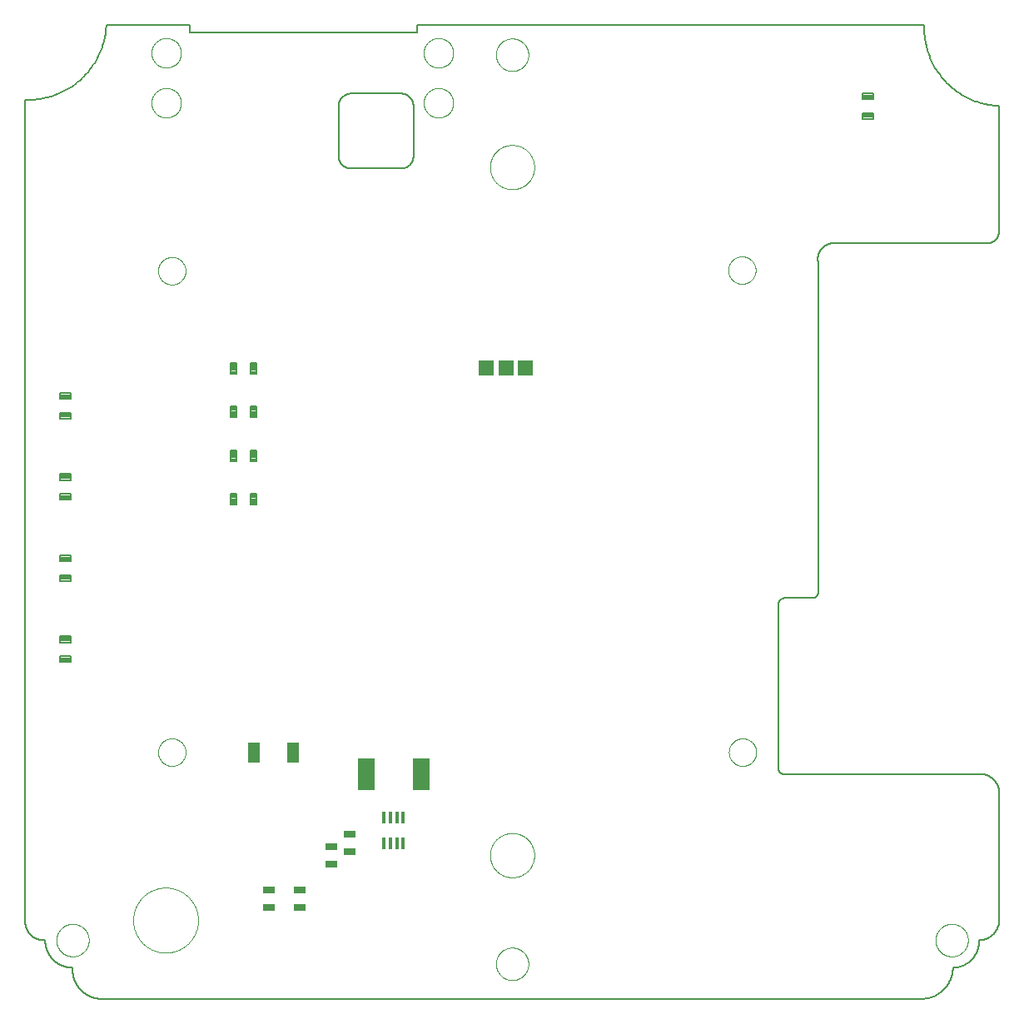
<source format=gtp>
G75*
%MOIN*%
%OFA0B0*%
%FSLAX25Y25*%
%IPPOS*%
%LPD*%
%AMOC8*
5,1,8,0,0,1.08239X$1,22.5*
%
%ADD10C,0.00600*%
%ADD11C,0.00000*%
%ADD12C,0.00787*%
%ADD13R,0.05000X0.08268*%
%ADD14R,0.05906X0.05906*%
%ADD15R,0.01575X0.04724*%
%ADD16R,0.07087X0.12598*%
%ADD17R,0.04724X0.03150*%
D10*
X0062095Y0042600D02*
X0062095Y0371600D01*
X0062862Y0371579D01*
X0063630Y0371576D01*
X0064397Y0371593D01*
X0065164Y0371628D01*
X0065930Y0371682D01*
X0066694Y0371755D01*
X0067456Y0371846D01*
X0068216Y0371957D01*
X0068972Y0372085D01*
X0069726Y0372233D01*
X0070475Y0372399D01*
X0071220Y0372583D01*
X0071961Y0372785D01*
X0072696Y0373006D01*
X0073425Y0373244D01*
X0074149Y0373500D01*
X0074866Y0373774D01*
X0075576Y0374066D01*
X0076279Y0374375D01*
X0076974Y0374701D01*
X0077660Y0375044D01*
X0078339Y0375403D01*
X0079008Y0375780D01*
X0079667Y0376172D01*
X0080317Y0376581D01*
X0080957Y0377005D01*
X0081586Y0377445D01*
X0082204Y0377900D01*
X0082810Y0378371D01*
X0083405Y0378856D01*
X0083988Y0379355D01*
X0084558Y0379869D01*
X0085116Y0380397D01*
X0085660Y0380938D01*
X0086191Y0381492D01*
X0086709Y0382059D01*
X0087212Y0382639D01*
X0087701Y0383230D01*
X0088175Y0383834D01*
X0088634Y0384449D01*
X0089078Y0385075D01*
X0089506Y0385712D01*
X0089919Y0386359D01*
X0090316Y0387016D01*
X0090696Y0387683D01*
X0091060Y0388359D01*
X0091408Y0389043D01*
X0091738Y0389736D01*
X0092051Y0390437D01*
X0092347Y0391145D01*
X0092626Y0391861D01*
X0092887Y0392582D01*
X0093130Y0393311D01*
X0093355Y0394044D01*
X0093562Y0394783D01*
X0093751Y0395527D01*
X0093921Y0396276D01*
X0094073Y0397028D01*
X0094207Y0397784D01*
X0094322Y0398543D01*
X0094418Y0399304D01*
X0094496Y0400068D01*
X0094555Y0400833D01*
X0094595Y0401600D01*
X0128095Y0401600D01*
X0128095Y0398600D01*
X0219095Y0398600D01*
X0219095Y0401600D01*
X0422095Y0401600D01*
X0422074Y0400845D01*
X0422071Y0400089D01*
X0422087Y0399333D01*
X0422120Y0398578D01*
X0422172Y0397824D01*
X0422242Y0397072D01*
X0422331Y0396321D01*
X0422437Y0395573D01*
X0422561Y0394827D01*
X0422704Y0394085D01*
X0422864Y0393346D01*
X0423042Y0392612D01*
X0423238Y0391882D01*
X0423452Y0391157D01*
X0423682Y0390437D01*
X0423931Y0389724D01*
X0424196Y0389016D01*
X0424478Y0388315D01*
X0424778Y0387621D01*
X0425094Y0386934D01*
X0425426Y0386255D01*
X0425775Y0385585D01*
X0426140Y0384923D01*
X0426520Y0384270D01*
X0426917Y0383627D01*
X0427328Y0382993D01*
X0427755Y0382369D01*
X0428197Y0381756D01*
X0428654Y0381154D01*
X0429125Y0380563D01*
X0429610Y0379984D01*
X0430109Y0379416D01*
X0430622Y0378861D01*
X0431148Y0378318D01*
X0431687Y0377788D01*
X0432238Y0377271D01*
X0432802Y0376768D01*
X0433378Y0376278D01*
X0433965Y0375803D01*
X0434564Y0375342D01*
X0435174Y0374895D01*
X0435794Y0374464D01*
X0436425Y0374047D01*
X0437066Y0373646D01*
X0437716Y0373260D01*
X0438375Y0372891D01*
X0439043Y0372537D01*
X0439719Y0372199D01*
X0440403Y0371878D01*
X0441095Y0371574D01*
X0441794Y0371286D01*
X0442499Y0371016D01*
X0443211Y0370762D01*
X0443929Y0370526D01*
X0444653Y0370307D01*
X0445381Y0370106D01*
X0446114Y0369922D01*
X0446852Y0369756D01*
X0447593Y0369609D01*
X0448337Y0369479D01*
X0449085Y0369367D01*
X0449835Y0369273D01*
X0450587Y0369197D01*
X0451340Y0369139D01*
X0452095Y0369100D01*
X0452095Y0319100D01*
X0452093Y0318960D01*
X0452087Y0318820D01*
X0452077Y0318680D01*
X0452064Y0318540D01*
X0452046Y0318401D01*
X0452024Y0318262D01*
X0451999Y0318125D01*
X0451970Y0317987D01*
X0451937Y0317851D01*
X0451900Y0317716D01*
X0451859Y0317582D01*
X0451814Y0317449D01*
X0451766Y0317317D01*
X0451714Y0317187D01*
X0451659Y0317058D01*
X0451600Y0316931D01*
X0451537Y0316805D01*
X0451471Y0316681D01*
X0451402Y0316560D01*
X0451329Y0316440D01*
X0451252Y0316322D01*
X0451173Y0316207D01*
X0451090Y0316093D01*
X0451004Y0315983D01*
X0450915Y0315874D01*
X0450823Y0315768D01*
X0450728Y0315665D01*
X0450631Y0315564D01*
X0450530Y0315467D01*
X0450427Y0315372D01*
X0450321Y0315280D01*
X0450212Y0315191D01*
X0450102Y0315105D01*
X0449988Y0315022D01*
X0449873Y0314943D01*
X0449755Y0314866D01*
X0449635Y0314793D01*
X0449514Y0314724D01*
X0449390Y0314658D01*
X0449264Y0314595D01*
X0449137Y0314536D01*
X0449008Y0314481D01*
X0448878Y0314429D01*
X0448746Y0314381D01*
X0448613Y0314336D01*
X0448479Y0314295D01*
X0448344Y0314258D01*
X0448208Y0314225D01*
X0448070Y0314196D01*
X0447933Y0314171D01*
X0447794Y0314149D01*
X0447655Y0314131D01*
X0447515Y0314118D01*
X0447375Y0314108D01*
X0447235Y0314102D01*
X0447095Y0314100D01*
X0384595Y0314100D01*
X0384440Y0314067D01*
X0384285Y0314030D01*
X0384131Y0313989D01*
X0383979Y0313945D01*
X0383827Y0313896D01*
X0383677Y0313844D01*
X0383529Y0313788D01*
X0383381Y0313729D01*
X0383235Y0313665D01*
X0383091Y0313598D01*
X0382949Y0313528D01*
X0382808Y0313454D01*
X0382669Y0313377D01*
X0382533Y0313296D01*
X0382398Y0313211D01*
X0382265Y0313124D01*
X0382135Y0313033D01*
X0382007Y0312939D01*
X0381881Y0312842D01*
X0381758Y0312741D01*
X0381637Y0312638D01*
X0381519Y0312531D01*
X0381404Y0312422D01*
X0381291Y0312310D01*
X0381182Y0312195D01*
X0381075Y0312077D01*
X0380971Y0311957D01*
X0380870Y0311834D01*
X0380772Y0311709D01*
X0380677Y0311581D01*
X0380586Y0311451D01*
X0380498Y0311319D01*
X0380413Y0311185D01*
X0380332Y0311048D01*
X0380254Y0310910D01*
X0380179Y0310770D01*
X0380108Y0310627D01*
X0380041Y0310484D01*
X0379977Y0310338D01*
X0379916Y0310191D01*
X0379860Y0310042D01*
X0379807Y0309893D01*
X0379758Y0309741D01*
X0379713Y0309589D01*
X0379671Y0309436D01*
X0379634Y0309281D01*
X0379600Y0309126D01*
X0379570Y0308970D01*
X0379544Y0308813D01*
X0379522Y0308656D01*
X0379504Y0308498D01*
X0379490Y0308339D01*
X0379480Y0308181D01*
X0379473Y0308022D01*
X0379471Y0307863D01*
X0379473Y0307704D01*
X0379478Y0307545D01*
X0379488Y0307387D01*
X0379501Y0307228D01*
X0379519Y0307071D01*
X0379540Y0306913D01*
X0379566Y0306756D01*
X0379595Y0306600D01*
X0379595Y0174100D01*
X0379583Y0174007D01*
X0379567Y0173915D01*
X0379547Y0173824D01*
X0379523Y0173733D01*
X0379496Y0173644D01*
X0379465Y0173555D01*
X0379430Y0173468D01*
X0379392Y0173383D01*
X0379350Y0173299D01*
X0379305Y0173217D01*
X0379257Y0173137D01*
X0379205Y0173059D01*
X0379150Y0172983D01*
X0379092Y0172910D01*
X0379031Y0172839D01*
X0378967Y0172771D01*
X0378900Y0172705D01*
X0378831Y0172642D01*
X0378759Y0172582D01*
X0378685Y0172525D01*
X0378608Y0172471D01*
X0378530Y0172421D01*
X0378449Y0172373D01*
X0378366Y0172330D01*
X0378282Y0172289D01*
X0378196Y0172252D01*
X0378109Y0172219D01*
X0378020Y0172189D01*
X0377930Y0172163D01*
X0377839Y0172141D01*
X0377747Y0172122D01*
X0377655Y0172107D01*
X0377562Y0172096D01*
X0377469Y0172089D01*
X0377375Y0172086D01*
X0377282Y0172087D01*
X0377188Y0172091D01*
X0377095Y0172100D01*
X0366095Y0172100D01*
X0365992Y0172088D01*
X0365890Y0172073D01*
X0365789Y0172054D01*
X0365688Y0172032D01*
X0365588Y0172005D01*
X0365489Y0171975D01*
X0365392Y0171941D01*
X0365296Y0171904D01*
X0365201Y0171863D01*
X0365108Y0171818D01*
X0365016Y0171770D01*
X0364927Y0171719D01*
X0364839Y0171664D01*
X0364754Y0171606D01*
X0364670Y0171545D01*
X0364590Y0171481D01*
X0364511Y0171414D01*
X0364435Y0171344D01*
X0364362Y0171271D01*
X0364292Y0171196D01*
X0364224Y0171118D01*
X0364159Y0171037D01*
X0364098Y0170954D01*
X0364039Y0170869D01*
X0363984Y0170782D01*
X0363932Y0170692D01*
X0363884Y0170601D01*
X0363839Y0170508D01*
X0363797Y0170414D01*
X0363759Y0170318D01*
X0363725Y0170220D01*
X0363694Y0170122D01*
X0363667Y0170022D01*
X0363644Y0169922D01*
X0363624Y0169820D01*
X0363609Y0169718D01*
X0363597Y0169616D01*
X0363589Y0169513D01*
X0363585Y0169409D01*
X0363584Y0169306D01*
X0363588Y0169203D01*
X0363595Y0169100D01*
X0363595Y0104100D01*
X0363597Y0104002D01*
X0363603Y0103904D01*
X0363612Y0103806D01*
X0363626Y0103709D01*
X0363643Y0103612D01*
X0363664Y0103516D01*
X0363689Y0103421D01*
X0363717Y0103327D01*
X0363750Y0103235D01*
X0363785Y0103143D01*
X0363825Y0103053D01*
X0363867Y0102965D01*
X0363914Y0102878D01*
X0363963Y0102794D01*
X0364016Y0102711D01*
X0364072Y0102631D01*
X0364132Y0102552D01*
X0364194Y0102476D01*
X0364259Y0102403D01*
X0364327Y0102332D01*
X0364398Y0102264D01*
X0364471Y0102199D01*
X0364547Y0102137D01*
X0364626Y0102077D01*
X0364706Y0102021D01*
X0364789Y0101968D01*
X0364873Y0101919D01*
X0364960Y0101872D01*
X0365048Y0101830D01*
X0365138Y0101790D01*
X0365230Y0101755D01*
X0365322Y0101722D01*
X0365416Y0101694D01*
X0365511Y0101669D01*
X0365607Y0101648D01*
X0365704Y0101631D01*
X0365801Y0101617D01*
X0365899Y0101608D01*
X0365997Y0101602D01*
X0366095Y0101600D01*
X0444595Y0101600D01*
X0444776Y0101598D01*
X0444957Y0101591D01*
X0445138Y0101580D01*
X0445319Y0101565D01*
X0445499Y0101545D01*
X0445679Y0101521D01*
X0445858Y0101493D01*
X0446036Y0101460D01*
X0446213Y0101423D01*
X0446390Y0101382D01*
X0446565Y0101337D01*
X0446740Y0101287D01*
X0446913Y0101233D01*
X0447084Y0101175D01*
X0447255Y0101113D01*
X0447423Y0101046D01*
X0447590Y0100976D01*
X0447756Y0100902D01*
X0447919Y0100823D01*
X0448080Y0100741D01*
X0448240Y0100655D01*
X0448397Y0100565D01*
X0448552Y0100471D01*
X0448705Y0100374D01*
X0448855Y0100272D01*
X0449003Y0100168D01*
X0449149Y0100059D01*
X0449291Y0099948D01*
X0449431Y0099832D01*
X0449568Y0099714D01*
X0449703Y0099592D01*
X0449834Y0099467D01*
X0449962Y0099339D01*
X0450087Y0099208D01*
X0450209Y0099073D01*
X0450327Y0098936D01*
X0450443Y0098796D01*
X0450554Y0098654D01*
X0450663Y0098508D01*
X0450767Y0098360D01*
X0450869Y0098210D01*
X0450966Y0098057D01*
X0451060Y0097902D01*
X0451150Y0097745D01*
X0451236Y0097585D01*
X0451318Y0097424D01*
X0451397Y0097261D01*
X0451471Y0097095D01*
X0451541Y0096928D01*
X0451608Y0096760D01*
X0451670Y0096589D01*
X0451728Y0096418D01*
X0451782Y0096245D01*
X0451832Y0096070D01*
X0451877Y0095895D01*
X0451918Y0095718D01*
X0451955Y0095541D01*
X0451988Y0095363D01*
X0452016Y0095184D01*
X0452040Y0095004D01*
X0452060Y0094824D01*
X0452075Y0094643D01*
X0452086Y0094462D01*
X0452093Y0094281D01*
X0452095Y0094100D01*
X0452095Y0044100D01*
X0452111Y0043900D01*
X0452122Y0043701D01*
X0452128Y0043500D01*
X0452129Y0043300D01*
X0452125Y0043100D01*
X0452117Y0042900D01*
X0452103Y0042700D01*
X0452085Y0042501D01*
X0452062Y0042302D01*
X0452035Y0042104D01*
X0452002Y0041906D01*
X0451965Y0041710D01*
X0451923Y0041514D01*
X0451876Y0041319D01*
X0451825Y0041126D01*
X0451769Y0040934D01*
X0451708Y0040743D01*
X0451643Y0040554D01*
X0451573Y0040366D01*
X0451499Y0040180D01*
X0451420Y0039996D01*
X0451336Y0039814D01*
X0451249Y0039634D01*
X0451157Y0039456D01*
X0451061Y0039281D01*
X0450960Y0039108D01*
X0450856Y0038937D01*
X0450747Y0038769D01*
X0450634Y0038603D01*
X0450518Y0038441D01*
X0450397Y0038281D01*
X0450273Y0038124D01*
X0450144Y0037970D01*
X0450013Y0037820D01*
X0449877Y0037672D01*
X0449738Y0037528D01*
X0449596Y0037387D01*
X0449450Y0037250D01*
X0449301Y0037116D01*
X0449149Y0036986D01*
X0448993Y0036860D01*
X0448835Y0036738D01*
X0448674Y0036619D01*
X0448510Y0036504D01*
X0448343Y0036394D01*
X0448174Y0036287D01*
X0448002Y0036184D01*
X0447827Y0036086D01*
X0447651Y0035992D01*
X0447472Y0035902D01*
X0447291Y0035817D01*
X0447108Y0035736D01*
X0446923Y0035659D01*
X0446736Y0035587D01*
X0446548Y0035519D01*
X0446358Y0035456D01*
X0446166Y0035398D01*
X0445973Y0035344D01*
X0445779Y0035295D01*
X0445584Y0035251D01*
X0445388Y0035211D01*
X0445191Y0035176D01*
X0444993Y0035146D01*
X0444794Y0035121D01*
X0444595Y0035100D01*
X0444095Y0035100D01*
X0444098Y0034840D01*
X0444095Y0034580D01*
X0444085Y0034321D01*
X0444069Y0034061D01*
X0444047Y0033802D01*
X0444018Y0033544D01*
X0443984Y0033287D01*
X0443943Y0033030D01*
X0443896Y0032774D01*
X0443843Y0032520D01*
X0443783Y0032267D01*
X0443718Y0032016D01*
X0443646Y0031766D01*
X0443569Y0031518D01*
X0443485Y0031272D01*
X0443396Y0031028D01*
X0443300Y0030786D01*
X0443199Y0030547D01*
X0443092Y0030310D01*
X0442980Y0030076D01*
X0442862Y0029844D01*
X0442738Y0029616D01*
X0442609Y0029390D01*
X0442474Y0029168D01*
X0442334Y0028949D01*
X0442189Y0028734D01*
X0442039Y0028522D01*
X0441883Y0028313D01*
X0441723Y0028109D01*
X0441557Y0027908D01*
X0441387Y0027712D01*
X0441212Y0027520D01*
X0441033Y0027332D01*
X0440849Y0027148D01*
X0440661Y0026969D01*
X0440468Y0026795D01*
X0440271Y0026625D01*
X0440071Y0026460D01*
X0439866Y0026300D01*
X0439657Y0026145D01*
X0439445Y0025995D01*
X0439230Y0025850D01*
X0439010Y0025710D01*
X0438788Y0025576D01*
X0438562Y0025447D01*
X0438333Y0025324D01*
X0438102Y0025206D01*
X0437867Y0025094D01*
X0437630Y0024988D01*
X0437391Y0024887D01*
X0437149Y0024792D01*
X0436905Y0024703D01*
X0436659Y0024620D01*
X0436410Y0024543D01*
X0436160Y0024472D01*
X0435909Y0024407D01*
X0435656Y0024348D01*
X0435401Y0024295D01*
X0435146Y0024249D01*
X0434889Y0024208D01*
X0434631Y0024174D01*
X0434373Y0024146D01*
X0434114Y0024125D01*
X0433855Y0024109D01*
X0433595Y0024100D01*
X0433585Y0023792D01*
X0433568Y0023484D01*
X0433543Y0023177D01*
X0433511Y0022871D01*
X0433471Y0022565D01*
X0433425Y0022260D01*
X0433370Y0021957D01*
X0433309Y0021655D01*
X0433240Y0021355D01*
X0433164Y0021056D01*
X0433081Y0020759D01*
X0432991Y0020465D01*
X0432893Y0020172D01*
X0432789Y0019883D01*
X0432677Y0019595D01*
X0432559Y0019311D01*
X0432434Y0019029D01*
X0432302Y0018751D01*
X0432163Y0018475D01*
X0432018Y0018204D01*
X0431866Y0017935D01*
X0431708Y0017671D01*
X0431543Y0017410D01*
X0431373Y0017154D01*
X0431196Y0016902D01*
X0431013Y0016654D01*
X0430824Y0016410D01*
X0430629Y0016172D01*
X0430428Y0015937D01*
X0430222Y0015708D01*
X0430011Y0015484D01*
X0429794Y0015265D01*
X0429572Y0015052D01*
X0429345Y0014844D01*
X0429112Y0014641D01*
X0428875Y0014444D01*
X0428634Y0014253D01*
X0428387Y0014068D01*
X0428137Y0013888D01*
X0427882Y0013715D01*
X0427623Y0013548D01*
X0427360Y0013388D01*
X0427093Y0013234D01*
X0426823Y0013086D01*
X0426549Y0012945D01*
X0426271Y0012810D01*
X0425991Y0012682D01*
X0425708Y0012561D01*
X0425421Y0012447D01*
X0425132Y0012340D01*
X0424841Y0012240D01*
X0424547Y0012147D01*
X0424251Y0012061D01*
X0423953Y0011983D01*
X0423653Y0011911D01*
X0423352Y0011847D01*
X0423049Y0011790D01*
X0422745Y0011740D01*
X0422440Y0011698D01*
X0422134Y0011663D01*
X0421827Y0011636D01*
X0421519Y0011616D01*
X0421211Y0011603D01*
X0420903Y0011598D01*
X0420595Y0011600D01*
X0092095Y0011600D01*
X0091811Y0011621D01*
X0091528Y0011650D01*
X0091246Y0011685D01*
X0090964Y0011727D01*
X0090684Y0011776D01*
X0090405Y0011832D01*
X0090127Y0011894D01*
X0089851Y0011963D01*
X0089577Y0012039D01*
X0089305Y0012121D01*
X0089035Y0012210D01*
X0088766Y0012305D01*
X0088501Y0012407D01*
X0088238Y0012515D01*
X0087977Y0012629D01*
X0087719Y0012750D01*
X0087465Y0012877D01*
X0087213Y0013010D01*
X0086965Y0013149D01*
X0086720Y0013294D01*
X0086479Y0013445D01*
X0086242Y0013602D01*
X0086008Y0013764D01*
X0085778Y0013932D01*
X0085553Y0014106D01*
X0085332Y0014285D01*
X0085115Y0014469D01*
X0084903Y0014658D01*
X0084695Y0014853D01*
X0084492Y0015052D01*
X0084294Y0015257D01*
X0084101Y0015466D01*
X0083913Y0015679D01*
X0083730Y0015897D01*
X0083553Y0016120D01*
X0083381Y0016346D01*
X0083214Y0016577D01*
X0083053Y0016812D01*
X0082898Y0017050D01*
X0082749Y0017292D01*
X0082605Y0017538D01*
X0082468Y0017787D01*
X0082337Y0018040D01*
X0082211Y0018295D01*
X0082092Y0018554D01*
X0081980Y0018815D01*
X0081873Y0019079D01*
X0081773Y0019345D01*
X0081680Y0019614D01*
X0081593Y0019885D01*
X0081512Y0020158D01*
X0081438Y0020432D01*
X0081371Y0020709D01*
X0081311Y0020987D01*
X0081257Y0021266D01*
X0081210Y0021547D01*
X0081170Y0021829D01*
X0081136Y0022111D01*
X0081110Y0022394D01*
X0081090Y0022678D01*
X0081077Y0022962D01*
X0081071Y0023247D01*
X0081072Y0023531D01*
X0081080Y0023816D01*
X0081095Y0024100D01*
X0080829Y0024103D01*
X0080564Y0024113D01*
X0080298Y0024129D01*
X0080033Y0024151D01*
X0079769Y0024180D01*
X0079506Y0024215D01*
X0079243Y0024257D01*
X0078982Y0024305D01*
X0078721Y0024359D01*
X0078463Y0024420D01*
X0078205Y0024486D01*
X0077950Y0024559D01*
X0077696Y0024638D01*
X0077444Y0024724D01*
X0077194Y0024815D01*
X0076947Y0024912D01*
X0076702Y0025015D01*
X0076460Y0025124D01*
X0076220Y0025239D01*
X0075983Y0025360D01*
X0075749Y0025486D01*
X0075518Y0025618D01*
X0075291Y0025756D01*
X0075067Y0025899D01*
X0074846Y0026047D01*
X0074629Y0026201D01*
X0074416Y0026360D01*
X0074207Y0026524D01*
X0074002Y0026693D01*
X0073801Y0026866D01*
X0073604Y0027045D01*
X0073411Y0027228D01*
X0073223Y0027416D01*
X0073040Y0027609D01*
X0072861Y0027806D01*
X0072688Y0028007D01*
X0072519Y0028212D01*
X0072355Y0028421D01*
X0072196Y0028634D01*
X0072042Y0028851D01*
X0071894Y0029072D01*
X0071751Y0029296D01*
X0071613Y0029523D01*
X0071481Y0029754D01*
X0071355Y0029988D01*
X0071234Y0030225D01*
X0071119Y0030465D01*
X0071010Y0030707D01*
X0070907Y0030952D01*
X0070810Y0031199D01*
X0070719Y0031449D01*
X0070633Y0031701D01*
X0070554Y0031955D01*
X0070481Y0032210D01*
X0070415Y0032468D01*
X0070354Y0032726D01*
X0070300Y0032987D01*
X0070252Y0033248D01*
X0070210Y0033511D01*
X0070175Y0033774D01*
X0070146Y0034038D01*
X0070124Y0034303D01*
X0070108Y0034569D01*
X0070098Y0034834D01*
X0070095Y0035100D01*
X0069595Y0035100D01*
X0069414Y0035102D01*
X0069233Y0035109D01*
X0069052Y0035120D01*
X0068871Y0035135D01*
X0068691Y0035155D01*
X0068511Y0035179D01*
X0068332Y0035207D01*
X0068154Y0035240D01*
X0067977Y0035277D01*
X0067800Y0035318D01*
X0067625Y0035363D01*
X0067450Y0035413D01*
X0067277Y0035467D01*
X0067106Y0035525D01*
X0066935Y0035587D01*
X0066767Y0035654D01*
X0066600Y0035724D01*
X0066434Y0035798D01*
X0066271Y0035877D01*
X0066110Y0035959D01*
X0065950Y0036045D01*
X0065793Y0036135D01*
X0065638Y0036229D01*
X0065485Y0036326D01*
X0065335Y0036428D01*
X0065187Y0036532D01*
X0065041Y0036641D01*
X0064899Y0036752D01*
X0064759Y0036868D01*
X0064622Y0036986D01*
X0064487Y0037108D01*
X0064356Y0037233D01*
X0064228Y0037361D01*
X0064103Y0037492D01*
X0063981Y0037627D01*
X0063863Y0037764D01*
X0063747Y0037904D01*
X0063636Y0038046D01*
X0063527Y0038192D01*
X0063423Y0038340D01*
X0063321Y0038490D01*
X0063224Y0038643D01*
X0063130Y0038798D01*
X0063040Y0038955D01*
X0062954Y0039115D01*
X0062872Y0039276D01*
X0062793Y0039439D01*
X0062719Y0039605D01*
X0062649Y0039772D01*
X0062582Y0039940D01*
X0062520Y0040111D01*
X0062462Y0040282D01*
X0062408Y0040455D01*
X0062358Y0040630D01*
X0062313Y0040805D01*
X0062272Y0040982D01*
X0062235Y0041159D01*
X0062202Y0041337D01*
X0062174Y0041516D01*
X0062150Y0041696D01*
X0062130Y0041876D01*
X0062115Y0042057D01*
X0062104Y0042238D01*
X0062097Y0042419D01*
X0062095Y0042600D01*
X0192595Y0344100D02*
X0212595Y0344100D01*
X0212735Y0344102D01*
X0212875Y0344108D01*
X0213015Y0344118D01*
X0213155Y0344131D01*
X0213294Y0344149D01*
X0213433Y0344171D01*
X0213570Y0344196D01*
X0213708Y0344225D01*
X0213844Y0344258D01*
X0213979Y0344295D01*
X0214113Y0344336D01*
X0214246Y0344381D01*
X0214378Y0344429D01*
X0214508Y0344481D01*
X0214637Y0344536D01*
X0214764Y0344595D01*
X0214890Y0344658D01*
X0215014Y0344724D01*
X0215135Y0344793D01*
X0215255Y0344866D01*
X0215373Y0344943D01*
X0215488Y0345022D01*
X0215602Y0345105D01*
X0215712Y0345191D01*
X0215821Y0345280D01*
X0215927Y0345372D01*
X0216030Y0345467D01*
X0216131Y0345564D01*
X0216228Y0345665D01*
X0216323Y0345768D01*
X0216415Y0345874D01*
X0216504Y0345983D01*
X0216590Y0346093D01*
X0216673Y0346207D01*
X0216752Y0346322D01*
X0216829Y0346440D01*
X0216902Y0346560D01*
X0216971Y0346681D01*
X0217037Y0346805D01*
X0217100Y0346931D01*
X0217159Y0347058D01*
X0217214Y0347187D01*
X0217266Y0347317D01*
X0217314Y0347449D01*
X0217359Y0347582D01*
X0217400Y0347716D01*
X0217437Y0347851D01*
X0217470Y0347987D01*
X0217499Y0348125D01*
X0217524Y0348262D01*
X0217546Y0348401D01*
X0217564Y0348540D01*
X0217577Y0348680D01*
X0217587Y0348820D01*
X0217593Y0348960D01*
X0217595Y0349100D01*
X0217595Y0369100D01*
X0217593Y0369240D01*
X0217587Y0369380D01*
X0217577Y0369520D01*
X0217564Y0369660D01*
X0217546Y0369799D01*
X0217524Y0369938D01*
X0217499Y0370075D01*
X0217470Y0370213D01*
X0217437Y0370349D01*
X0217400Y0370484D01*
X0217359Y0370618D01*
X0217314Y0370751D01*
X0217266Y0370883D01*
X0217214Y0371013D01*
X0217159Y0371142D01*
X0217100Y0371269D01*
X0217037Y0371395D01*
X0216971Y0371519D01*
X0216902Y0371640D01*
X0216829Y0371760D01*
X0216752Y0371878D01*
X0216673Y0371993D01*
X0216590Y0372107D01*
X0216504Y0372217D01*
X0216415Y0372326D01*
X0216323Y0372432D01*
X0216228Y0372535D01*
X0216131Y0372636D01*
X0216030Y0372733D01*
X0215927Y0372828D01*
X0215821Y0372920D01*
X0215712Y0373009D01*
X0215602Y0373095D01*
X0215488Y0373178D01*
X0215373Y0373257D01*
X0215255Y0373334D01*
X0215135Y0373407D01*
X0215014Y0373476D01*
X0214890Y0373542D01*
X0214764Y0373605D01*
X0214637Y0373664D01*
X0214508Y0373719D01*
X0214378Y0373771D01*
X0214246Y0373819D01*
X0214113Y0373864D01*
X0213979Y0373905D01*
X0213844Y0373942D01*
X0213708Y0373975D01*
X0213570Y0374004D01*
X0213433Y0374029D01*
X0213294Y0374051D01*
X0213155Y0374069D01*
X0213015Y0374082D01*
X0212875Y0374092D01*
X0212735Y0374098D01*
X0212595Y0374100D01*
X0192595Y0374100D01*
X0192455Y0374098D01*
X0192315Y0374092D01*
X0192175Y0374082D01*
X0192035Y0374069D01*
X0191896Y0374051D01*
X0191757Y0374029D01*
X0191620Y0374004D01*
X0191482Y0373975D01*
X0191346Y0373942D01*
X0191211Y0373905D01*
X0191077Y0373864D01*
X0190944Y0373819D01*
X0190812Y0373771D01*
X0190682Y0373719D01*
X0190553Y0373664D01*
X0190426Y0373605D01*
X0190300Y0373542D01*
X0190176Y0373476D01*
X0190055Y0373407D01*
X0189935Y0373334D01*
X0189817Y0373257D01*
X0189702Y0373178D01*
X0189588Y0373095D01*
X0189478Y0373009D01*
X0189369Y0372920D01*
X0189263Y0372828D01*
X0189160Y0372733D01*
X0189059Y0372636D01*
X0188962Y0372535D01*
X0188867Y0372432D01*
X0188775Y0372326D01*
X0188686Y0372217D01*
X0188600Y0372107D01*
X0188517Y0371993D01*
X0188438Y0371878D01*
X0188361Y0371760D01*
X0188288Y0371640D01*
X0188219Y0371519D01*
X0188153Y0371395D01*
X0188090Y0371269D01*
X0188031Y0371142D01*
X0187976Y0371013D01*
X0187924Y0370883D01*
X0187876Y0370751D01*
X0187831Y0370618D01*
X0187790Y0370484D01*
X0187753Y0370349D01*
X0187720Y0370213D01*
X0187691Y0370075D01*
X0187666Y0369938D01*
X0187644Y0369799D01*
X0187626Y0369660D01*
X0187613Y0369520D01*
X0187603Y0369380D01*
X0187597Y0369240D01*
X0187595Y0369100D01*
X0187595Y0349100D01*
X0187597Y0348960D01*
X0187603Y0348820D01*
X0187613Y0348680D01*
X0187626Y0348540D01*
X0187644Y0348401D01*
X0187666Y0348262D01*
X0187691Y0348125D01*
X0187720Y0347987D01*
X0187753Y0347851D01*
X0187790Y0347716D01*
X0187831Y0347582D01*
X0187876Y0347449D01*
X0187924Y0347317D01*
X0187976Y0347187D01*
X0188031Y0347058D01*
X0188090Y0346931D01*
X0188153Y0346805D01*
X0188219Y0346681D01*
X0188288Y0346560D01*
X0188361Y0346440D01*
X0188438Y0346322D01*
X0188517Y0346207D01*
X0188600Y0346093D01*
X0188686Y0345983D01*
X0188775Y0345874D01*
X0188867Y0345768D01*
X0188962Y0345665D01*
X0189059Y0345564D01*
X0189160Y0345467D01*
X0189263Y0345372D01*
X0189369Y0345280D01*
X0189478Y0345191D01*
X0189588Y0345105D01*
X0189702Y0345022D01*
X0189817Y0344943D01*
X0189935Y0344866D01*
X0190055Y0344793D01*
X0190176Y0344724D01*
X0190300Y0344658D01*
X0190426Y0344595D01*
X0190553Y0344536D01*
X0190682Y0344481D01*
X0190812Y0344429D01*
X0190944Y0344381D01*
X0191077Y0344336D01*
X0191211Y0344295D01*
X0191346Y0344258D01*
X0191482Y0344225D01*
X0191620Y0344196D01*
X0191757Y0344171D01*
X0191896Y0344149D01*
X0192035Y0344131D01*
X0192175Y0344118D01*
X0192315Y0344108D01*
X0192455Y0344102D01*
X0192595Y0344100D01*
D11*
X0221689Y0370350D02*
X0221691Y0370503D01*
X0221697Y0370657D01*
X0221707Y0370810D01*
X0221721Y0370962D01*
X0221739Y0371115D01*
X0221761Y0371266D01*
X0221786Y0371417D01*
X0221816Y0371568D01*
X0221850Y0371718D01*
X0221887Y0371866D01*
X0221928Y0372014D01*
X0221973Y0372160D01*
X0222022Y0372306D01*
X0222075Y0372450D01*
X0222131Y0372592D01*
X0222191Y0372733D01*
X0222255Y0372873D01*
X0222322Y0373011D01*
X0222393Y0373147D01*
X0222468Y0373281D01*
X0222545Y0373413D01*
X0222627Y0373543D01*
X0222711Y0373671D01*
X0222799Y0373797D01*
X0222890Y0373920D01*
X0222984Y0374041D01*
X0223082Y0374159D01*
X0223182Y0374275D01*
X0223286Y0374388D01*
X0223392Y0374499D01*
X0223501Y0374607D01*
X0223613Y0374712D01*
X0223727Y0374813D01*
X0223845Y0374912D01*
X0223964Y0375008D01*
X0224086Y0375101D01*
X0224211Y0375190D01*
X0224338Y0375277D01*
X0224467Y0375359D01*
X0224598Y0375439D01*
X0224731Y0375515D01*
X0224866Y0375588D01*
X0225003Y0375657D01*
X0225142Y0375722D01*
X0225282Y0375784D01*
X0225424Y0375842D01*
X0225567Y0375897D01*
X0225712Y0375948D01*
X0225858Y0375995D01*
X0226005Y0376038D01*
X0226153Y0376077D01*
X0226302Y0376113D01*
X0226452Y0376144D01*
X0226603Y0376172D01*
X0226754Y0376196D01*
X0226907Y0376216D01*
X0227059Y0376232D01*
X0227212Y0376244D01*
X0227365Y0376252D01*
X0227518Y0376256D01*
X0227672Y0376256D01*
X0227825Y0376252D01*
X0227978Y0376244D01*
X0228131Y0376232D01*
X0228283Y0376216D01*
X0228436Y0376196D01*
X0228587Y0376172D01*
X0228738Y0376144D01*
X0228888Y0376113D01*
X0229037Y0376077D01*
X0229185Y0376038D01*
X0229332Y0375995D01*
X0229478Y0375948D01*
X0229623Y0375897D01*
X0229766Y0375842D01*
X0229908Y0375784D01*
X0230048Y0375722D01*
X0230187Y0375657D01*
X0230324Y0375588D01*
X0230459Y0375515D01*
X0230592Y0375439D01*
X0230723Y0375359D01*
X0230852Y0375277D01*
X0230979Y0375190D01*
X0231104Y0375101D01*
X0231226Y0375008D01*
X0231345Y0374912D01*
X0231463Y0374813D01*
X0231577Y0374712D01*
X0231689Y0374607D01*
X0231798Y0374499D01*
X0231904Y0374388D01*
X0232008Y0374275D01*
X0232108Y0374159D01*
X0232206Y0374041D01*
X0232300Y0373920D01*
X0232391Y0373797D01*
X0232479Y0373671D01*
X0232563Y0373543D01*
X0232645Y0373413D01*
X0232722Y0373281D01*
X0232797Y0373147D01*
X0232868Y0373011D01*
X0232935Y0372873D01*
X0232999Y0372733D01*
X0233059Y0372592D01*
X0233115Y0372450D01*
X0233168Y0372306D01*
X0233217Y0372160D01*
X0233262Y0372014D01*
X0233303Y0371866D01*
X0233340Y0371718D01*
X0233374Y0371568D01*
X0233404Y0371417D01*
X0233429Y0371266D01*
X0233451Y0371115D01*
X0233469Y0370962D01*
X0233483Y0370810D01*
X0233493Y0370657D01*
X0233499Y0370503D01*
X0233501Y0370350D01*
X0233499Y0370197D01*
X0233493Y0370043D01*
X0233483Y0369890D01*
X0233469Y0369738D01*
X0233451Y0369585D01*
X0233429Y0369434D01*
X0233404Y0369283D01*
X0233374Y0369132D01*
X0233340Y0368982D01*
X0233303Y0368834D01*
X0233262Y0368686D01*
X0233217Y0368540D01*
X0233168Y0368394D01*
X0233115Y0368250D01*
X0233059Y0368108D01*
X0232999Y0367967D01*
X0232935Y0367827D01*
X0232868Y0367689D01*
X0232797Y0367553D01*
X0232722Y0367419D01*
X0232645Y0367287D01*
X0232563Y0367157D01*
X0232479Y0367029D01*
X0232391Y0366903D01*
X0232300Y0366780D01*
X0232206Y0366659D01*
X0232108Y0366541D01*
X0232008Y0366425D01*
X0231904Y0366312D01*
X0231798Y0366201D01*
X0231689Y0366093D01*
X0231577Y0365988D01*
X0231463Y0365887D01*
X0231345Y0365788D01*
X0231226Y0365692D01*
X0231104Y0365599D01*
X0230979Y0365510D01*
X0230852Y0365423D01*
X0230723Y0365341D01*
X0230592Y0365261D01*
X0230459Y0365185D01*
X0230324Y0365112D01*
X0230187Y0365043D01*
X0230048Y0364978D01*
X0229908Y0364916D01*
X0229766Y0364858D01*
X0229623Y0364803D01*
X0229478Y0364752D01*
X0229332Y0364705D01*
X0229185Y0364662D01*
X0229037Y0364623D01*
X0228888Y0364587D01*
X0228738Y0364556D01*
X0228587Y0364528D01*
X0228436Y0364504D01*
X0228283Y0364484D01*
X0228131Y0364468D01*
X0227978Y0364456D01*
X0227825Y0364448D01*
X0227672Y0364444D01*
X0227518Y0364444D01*
X0227365Y0364448D01*
X0227212Y0364456D01*
X0227059Y0364468D01*
X0226907Y0364484D01*
X0226754Y0364504D01*
X0226603Y0364528D01*
X0226452Y0364556D01*
X0226302Y0364587D01*
X0226153Y0364623D01*
X0226005Y0364662D01*
X0225858Y0364705D01*
X0225712Y0364752D01*
X0225567Y0364803D01*
X0225424Y0364858D01*
X0225282Y0364916D01*
X0225142Y0364978D01*
X0225003Y0365043D01*
X0224866Y0365112D01*
X0224731Y0365185D01*
X0224598Y0365261D01*
X0224467Y0365341D01*
X0224338Y0365423D01*
X0224211Y0365510D01*
X0224086Y0365599D01*
X0223964Y0365692D01*
X0223845Y0365788D01*
X0223727Y0365887D01*
X0223613Y0365988D01*
X0223501Y0366093D01*
X0223392Y0366201D01*
X0223286Y0366312D01*
X0223182Y0366425D01*
X0223082Y0366541D01*
X0222984Y0366659D01*
X0222890Y0366780D01*
X0222799Y0366903D01*
X0222711Y0367029D01*
X0222627Y0367157D01*
X0222545Y0367287D01*
X0222468Y0367419D01*
X0222393Y0367553D01*
X0222322Y0367689D01*
X0222255Y0367827D01*
X0222191Y0367967D01*
X0222131Y0368108D01*
X0222075Y0368250D01*
X0222022Y0368394D01*
X0221973Y0368540D01*
X0221928Y0368686D01*
X0221887Y0368834D01*
X0221850Y0368982D01*
X0221816Y0369132D01*
X0221786Y0369283D01*
X0221761Y0369434D01*
X0221739Y0369585D01*
X0221721Y0369738D01*
X0221707Y0369890D01*
X0221697Y0370043D01*
X0221691Y0370197D01*
X0221689Y0370350D01*
X0221689Y0390350D02*
X0221691Y0390503D01*
X0221697Y0390657D01*
X0221707Y0390810D01*
X0221721Y0390962D01*
X0221739Y0391115D01*
X0221761Y0391266D01*
X0221786Y0391417D01*
X0221816Y0391568D01*
X0221850Y0391718D01*
X0221887Y0391866D01*
X0221928Y0392014D01*
X0221973Y0392160D01*
X0222022Y0392306D01*
X0222075Y0392450D01*
X0222131Y0392592D01*
X0222191Y0392733D01*
X0222255Y0392873D01*
X0222322Y0393011D01*
X0222393Y0393147D01*
X0222468Y0393281D01*
X0222545Y0393413D01*
X0222627Y0393543D01*
X0222711Y0393671D01*
X0222799Y0393797D01*
X0222890Y0393920D01*
X0222984Y0394041D01*
X0223082Y0394159D01*
X0223182Y0394275D01*
X0223286Y0394388D01*
X0223392Y0394499D01*
X0223501Y0394607D01*
X0223613Y0394712D01*
X0223727Y0394813D01*
X0223845Y0394912D01*
X0223964Y0395008D01*
X0224086Y0395101D01*
X0224211Y0395190D01*
X0224338Y0395277D01*
X0224467Y0395359D01*
X0224598Y0395439D01*
X0224731Y0395515D01*
X0224866Y0395588D01*
X0225003Y0395657D01*
X0225142Y0395722D01*
X0225282Y0395784D01*
X0225424Y0395842D01*
X0225567Y0395897D01*
X0225712Y0395948D01*
X0225858Y0395995D01*
X0226005Y0396038D01*
X0226153Y0396077D01*
X0226302Y0396113D01*
X0226452Y0396144D01*
X0226603Y0396172D01*
X0226754Y0396196D01*
X0226907Y0396216D01*
X0227059Y0396232D01*
X0227212Y0396244D01*
X0227365Y0396252D01*
X0227518Y0396256D01*
X0227672Y0396256D01*
X0227825Y0396252D01*
X0227978Y0396244D01*
X0228131Y0396232D01*
X0228283Y0396216D01*
X0228436Y0396196D01*
X0228587Y0396172D01*
X0228738Y0396144D01*
X0228888Y0396113D01*
X0229037Y0396077D01*
X0229185Y0396038D01*
X0229332Y0395995D01*
X0229478Y0395948D01*
X0229623Y0395897D01*
X0229766Y0395842D01*
X0229908Y0395784D01*
X0230048Y0395722D01*
X0230187Y0395657D01*
X0230324Y0395588D01*
X0230459Y0395515D01*
X0230592Y0395439D01*
X0230723Y0395359D01*
X0230852Y0395277D01*
X0230979Y0395190D01*
X0231104Y0395101D01*
X0231226Y0395008D01*
X0231345Y0394912D01*
X0231463Y0394813D01*
X0231577Y0394712D01*
X0231689Y0394607D01*
X0231798Y0394499D01*
X0231904Y0394388D01*
X0232008Y0394275D01*
X0232108Y0394159D01*
X0232206Y0394041D01*
X0232300Y0393920D01*
X0232391Y0393797D01*
X0232479Y0393671D01*
X0232563Y0393543D01*
X0232645Y0393413D01*
X0232722Y0393281D01*
X0232797Y0393147D01*
X0232868Y0393011D01*
X0232935Y0392873D01*
X0232999Y0392733D01*
X0233059Y0392592D01*
X0233115Y0392450D01*
X0233168Y0392306D01*
X0233217Y0392160D01*
X0233262Y0392014D01*
X0233303Y0391866D01*
X0233340Y0391718D01*
X0233374Y0391568D01*
X0233404Y0391417D01*
X0233429Y0391266D01*
X0233451Y0391115D01*
X0233469Y0390962D01*
X0233483Y0390810D01*
X0233493Y0390657D01*
X0233499Y0390503D01*
X0233501Y0390350D01*
X0233499Y0390197D01*
X0233493Y0390043D01*
X0233483Y0389890D01*
X0233469Y0389738D01*
X0233451Y0389585D01*
X0233429Y0389434D01*
X0233404Y0389283D01*
X0233374Y0389132D01*
X0233340Y0388982D01*
X0233303Y0388834D01*
X0233262Y0388686D01*
X0233217Y0388540D01*
X0233168Y0388394D01*
X0233115Y0388250D01*
X0233059Y0388108D01*
X0232999Y0387967D01*
X0232935Y0387827D01*
X0232868Y0387689D01*
X0232797Y0387553D01*
X0232722Y0387419D01*
X0232645Y0387287D01*
X0232563Y0387157D01*
X0232479Y0387029D01*
X0232391Y0386903D01*
X0232300Y0386780D01*
X0232206Y0386659D01*
X0232108Y0386541D01*
X0232008Y0386425D01*
X0231904Y0386312D01*
X0231798Y0386201D01*
X0231689Y0386093D01*
X0231577Y0385988D01*
X0231463Y0385887D01*
X0231345Y0385788D01*
X0231226Y0385692D01*
X0231104Y0385599D01*
X0230979Y0385510D01*
X0230852Y0385423D01*
X0230723Y0385341D01*
X0230592Y0385261D01*
X0230459Y0385185D01*
X0230324Y0385112D01*
X0230187Y0385043D01*
X0230048Y0384978D01*
X0229908Y0384916D01*
X0229766Y0384858D01*
X0229623Y0384803D01*
X0229478Y0384752D01*
X0229332Y0384705D01*
X0229185Y0384662D01*
X0229037Y0384623D01*
X0228888Y0384587D01*
X0228738Y0384556D01*
X0228587Y0384528D01*
X0228436Y0384504D01*
X0228283Y0384484D01*
X0228131Y0384468D01*
X0227978Y0384456D01*
X0227825Y0384448D01*
X0227672Y0384444D01*
X0227518Y0384444D01*
X0227365Y0384448D01*
X0227212Y0384456D01*
X0227059Y0384468D01*
X0226907Y0384484D01*
X0226754Y0384504D01*
X0226603Y0384528D01*
X0226452Y0384556D01*
X0226302Y0384587D01*
X0226153Y0384623D01*
X0226005Y0384662D01*
X0225858Y0384705D01*
X0225712Y0384752D01*
X0225567Y0384803D01*
X0225424Y0384858D01*
X0225282Y0384916D01*
X0225142Y0384978D01*
X0225003Y0385043D01*
X0224866Y0385112D01*
X0224731Y0385185D01*
X0224598Y0385261D01*
X0224467Y0385341D01*
X0224338Y0385423D01*
X0224211Y0385510D01*
X0224086Y0385599D01*
X0223964Y0385692D01*
X0223845Y0385788D01*
X0223727Y0385887D01*
X0223613Y0385988D01*
X0223501Y0386093D01*
X0223392Y0386201D01*
X0223286Y0386312D01*
X0223182Y0386425D01*
X0223082Y0386541D01*
X0222984Y0386659D01*
X0222890Y0386780D01*
X0222799Y0386903D01*
X0222711Y0387029D01*
X0222627Y0387157D01*
X0222545Y0387287D01*
X0222468Y0387419D01*
X0222393Y0387553D01*
X0222322Y0387689D01*
X0222255Y0387827D01*
X0222191Y0387967D01*
X0222131Y0388108D01*
X0222075Y0388250D01*
X0222022Y0388394D01*
X0221973Y0388540D01*
X0221928Y0388686D01*
X0221887Y0388834D01*
X0221850Y0388982D01*
X0221816Y0389132D01*
X0221786Y0389283D01*
X0221761Y0389434D01*
X0221739Y0389585D01*
X0221721Y0389738D01*
X0221707Y0389890D01*
X0221697Y0390043D01*
X0221691Y0390197D01*
X0221689Y0390350D01*
X0250595Y0389600D02*
X0250597Y0389761D01*
X0250603Y0389921D01*
X0250613Y0390082D01*
X0250627Y0390242D01*
X0250645Y0390402D01*
X0250666Y0390561D01*
X0250692Y0390720D01*
X0250722Y0390878D01*
X0250755Y0391035D01*
X0250793Y0391192D01*
X0250834Y0391347D01*
X0250879Y0391501D01*
X0250928Y0391654D01*
X0250981Y0391806D01*
X0251037Y0391957D01*
X0251098Y0392106D01*
X0251161Y0392254D01*
X0251229Y0392400D01*
X0251300Y0392544D01*
X0251374Y0392686D01*
X0251452Y0392827D01*
X0251534Y0392965D01*
X0251619Y0393102D01*
X0251707Y0393236D01*
X0251799Y0393368D01*
X0251894Y0393498D01*
X0251992Y0393626D01*
X0252093Y0393751D01*
X0252197Y0393873D01*
X0252304Y0393993D01*
X0252414Y0394110D01*
X0252527Y0394225D01*
X0252643Y0394336D01*
X0252762Y0394445D01*
X0252883Y0394550D01*
X0253007Y0394653D01*
X0253133Y0394753D01*
X0253261Y0394849D01*
X0253392Y0394942D01*
X0253526Y0395032D01*
X0253661Y0395119D01*
X0253799Y0395202D01*
X0253938Y0395282D01*
X0254080Y0395358D01*
X0254223Y0395431D01*
X0254368Y0395500D01*
X0254515Y0395566D01*
X0254663Y0395628D01*
X0254813Y0395686D01*
X0254964Y0395741D01*
X0255117Y0395792D01*
X0255271Y0395839D01*
X0255426Y0395882D01*
X0255582Y0395921D01*
X0255738Y0395957D01*
X0255896Y0395988D01*
X0256054Y0396016D01*
X0256213Y0396040D01*
X0256373Y0396060D01*
X0256533Y0396076D01*
X0256693Y0396088D01*
X0256854Y0396096D01*
X0257015Y0396100D01*
X0257175Y0396100D01*
X0257336Y0396096D01*
X0257497Y0396088D01*
X0257657Y0396076D01*
X0257817Y0396060D01*
X0257977Y0396040D01*
X0258136Y0396016D01*
X0258294Y0395988D01*
X0258452Y0395957D01*
X0258608Y0395921D01*
X0258764Y0395882D01*
X0258919Y0395839D01*
X0259073Y0395792D01*
X0259226Y0395741D01*
X0259377Y0395686D01*
X0259527Y0395628D01*
X0259675Y0395566D01*
X0259822Y0395500D01*
X0259967Y0395431D01*
X0260110Y0395358D01*
X0260252Y0395282D01*
X0260391Y0395202D01*
X0260529Y0395119D01*
X0260664Y0395032D01*
X0260798Y0394942D01*
X0260929Y0394849D01*
X0261057Y0394753D01*
X0261183Y0394653D01*
X0261307Y0394550D01*
X0261428Y0394445D01*
X0261547Y0394336D01*
X0261663Y0394225D01*
X0261776Y0394110D01*
X0261886Y0393993D01*
X0261993Y0393873D01*
X0262097Y0393751D01*
X0262198Y0393626D01*
X0262296Y0393498D01*
X0262391Y0393368D01*
X0262483Y0393236D01*
X0262571Y0393102D01*
X0262656Y0392965D01*
X0262738Y0392827D01*
X0262816Y0392686D01*
X0262890Y0392544D01*
X0262961Y0392400D01*
X0263029Y0392254D01*
X0263092Y0392106D01*
X0263153Y0391957D01*
X0263209Y0391806D01*
X0263262Y0391654D01*
X0263311Y0391501D01*
X0263356Y0391347D01*
X0263397Y0391192D01*
X0263435Y0391035D01*
X0263468Y0390878D01*
X0263498Y0390720D01*
X0263524Y0390561D01*
X0263545Y0390402D01*
X0263563Y0390242D01*
X0263577Y0390082D01*
X0263587Y0389921D01*
X0263593Y0389761D01*
X0263595Y0389600D01*
X0263593Y0389439D01*
X0263587Y0389279D01*
X0263577Y0389118D01*
X0263563Y0388958D01*
X0263545Y0388798D01*
X0263524Y0388639D01*
X0263498Y0388480D01*
X0263468Y0388322D01*
X0263435Y0388165D01*
X0263397Y0388008D01*
X0263356Y0387853D01*
X0263311Y0387699D01*
X0263262Y0387546D01*
X0263209Y0387394D01*
X0263153Y0387243D01*
X0263092Y0387094D01*
X0263029Y0386946D01*
X0262961Y0386800D01*
X0262890Y0386656D01*
X0262816Y0386514D01*
X0262738Y0386373D01*
X0262656Y0386235D01*
X0262571Y0386098D01*
X0262483Y0385964D01*
X0262391Y0385832D01*
X0262296Y0385702D01*
X0262198Y0385574D01*
X0262097Y0385449D01*
X0261993Y0385327D01*
X0261886Y0385207D01*
X0261776Y0385090D01*
X0261663Y0384975D01*
X0261547Y0384864D01*
X0261428Y0384755D01*
X0261307Y0384650D01*
X0261183Y0384547D01*
X0261057Y0384447D01*
X0260929Y0384351D01*
X0260798Y0384258D01*
X0260664Y0384168D01*
X0260529Y0384081D01*
X0260391Y0383998D01*
X0260252Y0383918D01*
X0260110Y0383842D01*
X0259967Y0383769D01*
X0259822Y0383700D01*
X0259675Y0383634D01*
X0259527Y0383572D01*
X0259377Y0383514D01*
X0259226Y0383459D01*
X0259073Y0383408D01*
X0258919Y0383361D01*
X0258764Y0383318D01*
X0258608Y0383279D01*
X0258452Y0383243D01*
X0258294Y0383212D01*
X0258136Y0383184D01*
X0257977Y0383160D01*
X0257817Y0383140D01*
X0257657Y0383124D01*
X0257497Y0383112D01*
X0257336Y0383104D01*
X0257175Y0383100D01*
X0257015Y0383100D01*
X0256854Y0383104D01*
X0256693Y0383112D01*
X0256533Y0383124D01*
X0256373Y0383140D01*
X0256213Y0383160D01*
X0256054Y0383184D01*
X0255896Y0383212D01*
X0255738Y0383243D01*
X0255582Y0383279D01*
X0255426Y0383318D01*
X0255271Y0383361D01*
X0255117Y0383408D01*
X0254964Y0383459D01*
X0254813Y0383514D01*
X0254663Y0383572D01*
X0254515Y0383634D01*
X0254368Y0383700D01*
X0254223Y0383769D01*
X0254080Y0383842D01*
X0253938Y0383918D01*
X0253799Y0383998D01*
X0253661Y0384081D01*
X0253526Y0384168D01*
X0253392Y0384258D01*
X0253261Y0384351D01*
X0253133Y0384447D01*
X0253007Y0384547D01*
X0252883Y0384650D01*
X0252762Y0384755D01*
X0252643Y0384864D01*
X0252527Y0384975D01*
X0252414Y0385090D01*
X0252304Y0385207D01*
X0252197Y0385327D01*
X0252093Y0385449D01*
X0251992Y0385574D01*
X0251894Y0385702D01*
X0251799Y0385832D01*
X0251707Y0385964D01*
X0251619Y0386098D01*
X0251534Y0386235D01*
X0251452Y0386373D01*
X0251374Y0386514D01*
X0251300Y0386656D01*
X0251229Y0386800D01*
X0251161Y0386946D01*
X0251098Y0387094D01*
X0251037Y0387243D01*
X0250981Y0387394D01*
X0250928Y0387546D01*
X0250879Y0387699D01*
X0250834Y0387853D01*
X0250793Y0388008D01*
X0250755Y0388165D01*
X0250722Y0388322D01*
X0250692Y0388480D01*
X0250666Y0388639D01*
X0250645Y0388798D01*
X0250627Y0388958D01*
X0250613Y0389118D01*
X0250603Y0389279D01*
X0250597Y0389439D01*
X0250595Y0389600D01*
X0248237Y0344600D02*
X0248240Y0344817D01*
X0248248Y0345035D01*
X0248261Y0345252D01*
X0248280Y0345468D01*
X0248304Y0345684D01*
X0248333Y0345900D01*
X0248367Y0346114D01*
X0248407Y0346328D01*
X0248452Y0346541D01*
X0248502Y0346752D01*
X0248558Y0346963D01*
X0248618Y0347171D01*
X0248684Y0347379D01*
X0248755Y0347584D01*
X0248831Y0347788D01*
X0248911Y0347990D01*
X0248997Y0348190D01*
X0249087Y0348387D01*
X0249183Y0348583D01*
X0249283Y0348776D01*
X0249388Y0348966D01*
X0249497Y0349154D01*
X0249611Y0349339D01*
X0249730Y0349521D01*
X0249853Y0349701D01*
X0249980Y0349877D01*
X0250112Y0350050D01*
X0250248Y0350219D01*
X0250388Y0350386D01*
X0250532Y0350549D01*
X0250680Y0350708D01*
X0250831Y0350864D01*
X0250987Y0351015D01*
X0251146Y0351163D01*
X0251309Y0351307D01*
X0251476Y0351447D01*
X0251645Y0351583D01*
X0251818Y0351715D01*
X0251994Y0351842D01*
X0252174Y0351965D01*
X0252356Y0352084D01*
X0252541Y0352198D01*
X0252729Y0352307D01*
X0252919Y0352412D01*
X0253112Y0352512D01*
X0253308Y0352608D01*
X0253505Y0352698D01*
X0253705Y0352784D01*
X0253907Y0352864D01*
X0254111Y0352940D01*
X0254316Y0353011D01*
X0254524Y0353077D01*
X0254732Y0353137D01*
X0254943Y0353193D01*
X0255154Y0353243D01*
X0255367Y0353288D01*
X0255581Y0353328D01*
X0255795Y0353362D01*
X0256011Y0353391D01*
X0256227Y0353415D01*
X0256443Y0353434D01*
X0256660Y0353447D01*
X0256878Y0353455D01*
X0257095Y0353458D01*
X0257312Y0353455D01*
X0257530Y0353447D01*
X0257747Y0353434D01*
X0257963Y0353415D01*
X0258179Y0353391D01*
X0258395Y0353362D01*
X0258609Y0353328D01*
X0258823Y0353288D01*
X0259036Y0353243D01*
X0259247Y0353193D01*
X0259458Y0353137D01*
X0259666Y0353077D01*
X0259874Y0353011D01*
X0260079Y0352940D01*
X0260283Y0352864D01*
X0260485Y0352784D01*
X0260685Y0352698D01*
X0260882Y0352608D01*
X0261078Y0352512D01*
X0261271Y0352412D01*
X0261461Y0352307D01*
X0261649Y0352198D01*
X0261834Y0352084D01*
X0262016Y0351965D01*
X0262196Y0351842D01*
X0262372Y0351715D01*
X0262545Y0351583D01*
X0262714Y0351447D01*
X0262881Y0351307D01*
X0263044Y0351163D01*
X0263203Y0351015D01*
X0263359Y0350864D01*
X0263510Y0350708D01*
X0263658Y0350549D01*
X0263802Y0350386D01*
X0263942Y0350219D01*
X0264078Y0350050D01*
X0264210Y0349877D01*
X0264337Y0349701D01*
X0264460Y0349521D01*
X0264579Y0349339D01*
X0264693Y0349154D01*
X0264802Y0348966D01*
X0264907Y0348776D01*
X0265007Y0348583D01*
X0265103Y0348387D01*
X0265193Y0348190D01*
X0265279Y0347990D01*
X0265359Y0347788D01*
X0265435Y0347584D01*
X0265506Y0347379D01*
X0265572Y0347171D01*
X0265632Y0346963D01*
X0265688Y0346752D01*
X0265738Y0346541D01*
X0265783Y0346328D01*
X0265823Y0346114D01*
X0265857Y0345900D01*
X0265886Y0345684D01*
X0265910Y0345468D01*
X0265929Y0345252D01*
X0265942Y0345035D01*
X0265950Y0344817D01*
X0265953Y0344600D01*
X0265950Y0344383D01*
X0265942Y0344165D01*
X0265929Y0343948D01*
X0265910Y0343732D01*
X0265886Y0343516D01*
X0265857Y0343300D01*
X0265823Y0343086D01*
X0265783Y0342872D01*
X0265738Y0342659D01*
X0265688Y0342448D01*
X0265632Y0342237D01*
X0265572Y0342029D01*
X0265506Y0341821D01*
X0265435Y0341616D01*
X0265359Y0341412D01*
X0265279Y0341210D01*
X0265193Y0341010D01*
X0265103Y0340813D01*
X0265007Y0340617D01*
X0264907Y0340424D01*
X0264802Y0340234D01*
X0264693Y0340046D01*
X0264579Y0339861D01*
X0264460Y0339679D01*
X0264337Y0339499D01*
X0264210Y0339323D01*
X0264078Y0339150D01*
X0263942Y0338981D01*
X0263802Y0338814D01*
X0263658Y0338651D01*
X0263510Y0338492D01*
X0263359Y0338336D01*
X0263203Y0338185D01*
X0263044Y0338037D01*
X0262881Y0337893D01*
X0262714Y0337753D01*
X0262545Y0337617D01*
X0262372Y0337485D01*
X0262196Y0337358D01*
X0262016Y0337235D01*
X0261834Y0337116D01*
X0261649Y0337002D01*
X0261461Y0336893D01*
X0261271Y0336788D01*
X0261078Y0336688D01*
X0260882Y0336592D01*
X0260685Y0336502D01*
X0260485Y0336416D01*
X0260283Y0336336D01*
X0260079Y0336260D01*
X0259874Y0336189D01*
X0259666Y0336123D01*
X0259458Y0336063D01*
X0259247Y0336007D01*
X0259036Y0335957D01*
X0258823Y0335912D01*
X0258609Y0335872D01*
X0258395Y0335838D01*
X0258179Y0335809D01*
X0257963Y0335785D01*
X0257747Y0335766D01*
X0257530Y0335753D01*
X0257312Y0335745D01*
X0257095Y0335742D01*
X0256878Y0335745D01*
X0256660Y0335753D01*
X0256443Y0335766D01*
X0256227Y0335785D01*
X0256011Y0335809D01*
X0255795Y0335838D01*
X0255581Y0335872D01*
X0255367Y0335912D01*
X0255154Y0335957D01*
X0254943Y0336007D01*
X0254732Y0336063D01*
X0254524Y0336123D01*
X0254316Y0336189D01*
X0254111Y0336260D01*
X0253907Y0336336D01*
X0253705Y0336416D01*
X0253505Y0336502D01*
X0253308Y0336592D01*
X0253112Y0336688D01*
X0252919Y0336788D01*
X0252729Y0336893D01*
X0252541Y0337002D01*
X0252356Y0337116D01*
X0252174Y0337235D01*
X0251994Y0337358D01*
X0251818Y0337485D01*
X0251645Y0337617D01*
X0251476Y0337753D01*
X0251309Y0337893D01*
X0251146Y0338037D01*
X0250987Y0338185D01*
X0250831Y0338336D01*
X0250680Y0338492D01*
X0250532Y0338651D01*
X0250388Y0338814D01*
X0250248Y0338981D01*
X0250112Y0339150D01*
X0249980Y0339323D01*
X0249853Y0339499D01*
X0249730Y0339679D01*
X0249611Y0339861D01*
X0249497Y0340046D01*
X0249388Y0340234D01*
X0249283Y0340424D01*
X0249183Y0340617D01*
X0249087Y0340813D01*
X0248997Y0341010D01*
X0248911Y0341210D01*
X0248831Y0341412D01*
X0248755Y0341616D01*
X0248684Y0341821D01*
X0248618Y0342029D01*
X0248558Y0342237D01*
X0248502Y0342448D01*
X0248452Y0342659D01*
X0248407Y0342872D01*
X0248367Y0343086D01*
X0248333Y0343300D01*
X0248304Y0343516D01*
X0248280Y0343732D01*
X0248261Y0343948D01*
X0248248Y0344165D01*
X0248240Y0344383D01*
X0248237Y0344600D01*
X0343595Y0303350D02*
X0343597Y0303498D01*
X0343603Y0303646D01*
X0343613Y0303794D01*
X0343627Y0303942D01*
X0343645Y0304089D01*
X0343667Y0304236D01*
X0343693Y0304382D01*
X0343722Y0304527D01*
X0343756Y0304672D01*
X0343794Y0304815D01*
X0343835Y0304958D01*
X0343880Y0305099D01*
X0343930Y0305239D01*
X0343982Y0305377D01*
X0344039Y0305515D01*
X0344099Y0305650D01*
X0344163Y0305784D01*
X0344230Y0305916D01*
X0344301Y0306046D01*
X0344376Y0306175D01*
X0344454Y0306301D01*
X0344535Y0306425D01*
X0344619Y0306547D01*
X0344707Y0306666D01*
X0344798Y0306783D01*
X0344892Y0306898D01*
X0344990Y0307010D01*
X0345090Y0307119D01*
X0345193Y0307226D01*
X0345299Y0307330D01*
X0345407Y0307431D01*
X0345519Y0307529D01*
X0345633Y0307624D01*
X0345749Y0307715D01*
X0345868Y0307804D01*
X0345989Y0307889D01*
X0346113Y0307971D01*
X0346239Y0308050D01*
X0346366Y0308125D01*
X0346496Y0308197D01*
X0346628Y0308266D01*
X0346761Y0308330D01*
X0346896Y0308391D01*
X0347033Y0308449D01*
X0347171Y0308503D01*
X0347311Y0308553D01*
X0347452Y0308599D01*
X0347594Y0308641D01*
X0347737Y0308680D01*
X0347881Y0308714D01*
X0348027Y0308745D01*
X0348172Y0308772D01*
X0348319Y0308795D01*
X0348466Y0308814D01*
X0348614Y0308829D01*
X0348761Y0308840D01*
X0348910Y0308847D01*
X0349058Y0308850D01*
X0349206Y0308849D01*
X0349354Y0308844D01*
X0349502Y0308835D01*
X0349650Y0308822D01*
X0349798Y0308805D01*
X0349944Y0308784D01*
X0350091Y0308759D01*
X0350236Y0308730D01*
X0350381Y0308698D01*
X0350524Y0308661D01*
X0350667Y0308621D01*
X0350809Y0308576D01*
X0350949Y0308528D01*
X0351088Y0308476D01*
X0351225Y0308421D01*
X0351361Y0308361D01*
X0351496Y0308298D01*
X0351628Y0308232D01*
X0351759Y0308162D01*
X0351888Y0308088D01*
X0352014Y0308011D01*
X0352139Y0307931D01*
X0352261Y0307847D01*
X0352382Y0307760D01*
X0352499Y0307670D01*
X0352615Y0307576D01*
X0352727Y0307480D01*
X0352837Y0307381D01*
X0352945Y0307278D01*
X0353049Y0307173D01*
X0353151Y0307065D01*
X0353249Y0306954D01*
X0353345Y0306841D01*
X0353438Y0306725D01*
X0353527Y0306607D01*
X0353613Y0306486D01*
X0353696Y0306363D01*
X0353776Y0306238D01*
X0353852Y0306111D01*
X0353925Y0305981D01*
X0353994Y0305850D01*
X0354059Y0305717D01*
X0354122Y0305583D01*
X0354180Y0305446D01*
X0354235Y0305308D01*
X0354285Y0305169D01*
X0354333Y0305028D01*
X0354376Y0304887D01*
X0354416Y0304744D01*
X0354451Y0304600D01*
X0354483Y0304455D01*
X0354511Y0304309D01*
X0354535Y0304163D01*
X0354555Y0304016D01*
X0354571Y0303868D01*
X0354583Y0303721D01*
X0354591Y0303572D01*
X0354595Y0303424D01*
X0354595Y0303276D01*
X0354591Y0303128D01*
X0354583Y0302979D01*
X0354571Y0302832D01*
X0354555Y0302684D01*
X0354535Y0302537D01*
X0354511Y0302391D01*
X0354483Y0302245D01*
X0354451Y0302100D01*
X0354416Y0301956D01*
X0354376Y0301813D01*
X0354333Y0301672D01*
X0354285Y0301531D01*
X0354235Y0301392D01*
X0354180Y0301254D01*
X0354122Y0301117D01*
X0354059Y0300983D01*
X0353994Y0300850D01*
X0353925Y0300719D01*
X0353852Y0300589D01*
X0353776Y0300462D01*
X0353696Y0300337D01*
X0353613Y0300214D01*
X0353527Y0300093D01*
X0353438Y0299975D01*
X0353345Y0299859D01*
X0353249Y0299746D01*
X0353151Y0299635D01*
X0353049Y0299527D01*
X0352945Y0299422D01*
X0352837Y0299319D01*
X0352727Y0299220D01*
X0352615Y0299124D01*
X0352499Y0299030D01*
X0352382Y0298940D01*
X0352261Y0298853D01*
X0352139Y0298769D01*
X0352014Y0298689D01*
X0351888Y0298612D01*
X0351759Y0298538D01*
X0351628Y0298468D01*
X0351496Y0298402D01*
X0351361Y0298339D01*
X0351225Y0298279D01*
X0351088Y0298224D01*
X0350949Y0298172D01*
X0350809Y0298124D01*
X0350667Y0298079D01*
X0350524Y0298039D01*
X0350381Y0298002D01*
X0350236Y0297970D01*
X0350091Y0297941D01*
X0349944Y0297916D01*
X0349798Y0297895D01*
X0349650Y0297878D01*
X0349502Y0297865D01*
X0349354Y0297856D01*
X0349206Y0297851D01*
X0349058Y0297850D01*
X0348910Y0297853D01*
X0348761Y0297860D01*
X0348614Y0297871D01*
X0348466Y0297886D01*
X0348319Y0297905D01*
X0348172Y0297928D01*
X0348027Y0297955D01*
X0347881Y0297986D01*
X0347737Y0298020D01*
X0347594Y0298059D01*
X0347452Y0298101D01*
X0347311Y0298147D01*
X0347171Y0298197D01*
X0347033Y0298251D01*
X0346896Y0298309D01*
X0346761Y0298370D01*
X0346628Y0298434D01*
X0346496Y0298503D01*
X0346366Y0298575D01*
X0346239Y0298650D01*
X0346113Y0298729D01*
X0345989Y0298811D01*
X0345868Y0298896D01*
X0345749Y0298985D01*
X0345633Y0299076D01*
X0345519Y0299171D01*
X0345407Y0299269D01*
X0345299Y0299370D01*
X0345193Y0299474D01*
X0345090Y0299581D01*
X0344990Y0299690D01*
X0344892Y0299802D01*
X0344798Y0299917D01*
X0344707Y0300034D01*
X0344619Y0300153D01*
X0344535Y0300275D01*
X0344454Y0300399D01*
X0344376Y0300525D01*
X0344301Y0300654D01*
X0344230Y0300784D01*
X0344163Y0300916D01*
X0344099Y0301050D01*
X0344039Y0301185D01*
X0343982Y0301323D01*
X0343930Y0301461D01*
X0343880Y0301601D01*
X0343835Y0301742D01*
X0343794Y0301885D01*
X0343756Y0302028D01*
X0343722Y0302173D01*
X0343693Y0302318D01*
X0343667Y0302464D01*
X0343645Y0302611D01*
X0343627Y0302758D01*
X0343613Y0302906D01*
X0343603Y0303054D01*
X0343597Y0303202D01*
X0343595Y0303350D01*
X0343845Y0110350D02*
X0343847Y0110498D01*
X0343853Y0110646D01*
X0343863Y0110794D01*
X0343877Y0110942D01*
X0343895Y0111089D01*
X0343917Y0111236D01*
X0343943Y0111382D01*
X0343972Y0111527D01*
X0344006Y0111672D01*
X0344044Y0111815D01*
X0344085Y0111958D01*
X0344130Y0112099D01*
X0344180Y0112239D01*
X0344232Y0112377D01*
X0344289Y0112515D01*
X0344349Y0112650D01*
X0344413Y0112784D01*
X0344480Y0112916D01*
X0344551Y0113046D01*
X0344626Y0113175D01*
X0344704Y0113301D01*
X0344785Y0113425D01*
X0344869Y0113547D01*
X0344957Y0113666D01*
X0345048Y0113783D01*
X0345142Y0113898D01*
X0345240Y0114010D01*
X0345340Y0114119D01*
X0345443Y0114226D01*
X0345549Y0114330D01*
X0345657Y0114431D01*
X0345769Y0114529D01*
X0345883Y0114624D01*
X0345999Y0114715D01*
X0346118Y0114804D01*
X0346239Y0114889D01*
X0346363Y0114971D01*
X0346489Y0115050D01*
X0346616Y0115125D01*
X0346746Y0115197D01*
X0346878Y0115266D01*
X0347011Y0115330D01*
X0347146Y0115391D01*
X0347283Y0115449D01*
X0347421Y0115503D01*
X0347561Y0115553D01*
X0347702Y0115599D01*
X0347844Y0115641D01*
X0347987Y0115680D01*
X0348131Y0115714D01*
X0348277Y0115745D01*
X0348422Y0115772D01*
X0348569Y0115795D01*
X0348716Y0115814D01*
X0348864Y0115829D01*
X0349011Y0115840D01*
X0349160Y0115847D01*
X0349308Y0115850D01*
X0349456Y0115849D01*
X0349604Y0115844D01*
X0349752Y0115835D01*
X0349900Y0115822D01*
X0350048Y0115805D01*
X0350194Y0115784D01*
X0350341Y0115759D01*
X0350486Y0115730D01*
X0350631Y0115698D01*
X0350774Y0115661D01*
X0350917Y0115621D01*
X0351059Y0115576D01*
X0351199Y0115528D01*
X0351338Y0115476D01*
X0351475Y0115421D01*
X0351611Y0115361D01*
X0351746Y0115298D01*
X0351878Y0115232D01*
X0352009Y0115162D01*
X0352138Y0115088D01*
X0352264Y0115011D01*
X0352389Y0114931D01*
X0352511Y0114847D01*
X0352632Y0114760D01*
X0352749Y0114670D01*
X0352865Y0114576D01*
X0352977Y0114480D01*
X0353087Y0114381D01*
X0353195Y0114278D01*
X0353299Y0114173D01*
X0353401Y0114065D01*
X0353499Y0113954D01*
X0353595Y0113841D01*
X0353688Y0113725D01*
X0353777Y0113607D01*
X0353863Y0113486D01*
X0353946Y0113363D01*
X0354026Y0113238D01*
X0354102Y0113111D01*
X0354175Y0112981D01*
X0354244Y0112850D01*
X0354309Y0112717D01*
X0354372Y0112583D01*
X0354430Y0112446D01*
X0354485Y0112308D01*
X0354535Y0112169D01*
X0354583Y0112028D01*
X0354626Y0111887D01*
X0354666Y0111744D01*
X0354701Y0111600D01*
X0354733Y0111455D01*
X0354761Y0111309D01*
X0354785Y0111163D01*
X0354805Y0111016D01*
X0354821Y0110868D01*
X0354833Y0110721D01*
X0354841Y0110572D01*
X0354845Y0110424D01*
X0354845Y0110276D01*
X0354841Y0110128D01*
X0354833Y0109979D01*
X0354821Y0109832D01*
X0354805Y0109684D01*
X0354785Y0109537D01*
X0354761Y0109391D01*
X0354733Y0109245D01*
X0354701Y0109100D01*
X0354666Y0108956D01*
X0354626Y0108813D01*
X0354583Y0108672D01*
X0354535Y0108531D01*
X0354485Y0108392D01*
X0354430Y0108254D01*
X0354372Y0108117D01*
X0354309Y0107983D01*
X0354244Y0107850D01*
X0354175Y0107719D01*
X0354102Y0107589D01*
X0354026Y0107462D01*
X0353946Y0107337D01*
X0353863Y0107214D01*
X0353777Y0107093D01*
X0353688Y0106975D01*
X0353595Y0106859D01*
X0353499Y0106746D01*
X0353401Y0106635D01*
X0353299Y0106527D01*
X0353195Y0106422D01*
X0353087Y0106319D01*
X0352977Y0106220D01*
X0352865Y0106124D01*
X0352749Y0106030D01*
X0352632Y0105940D01*
X0352511Y0105853D01*
X0352389Y0105769D01*
X0352264Y0105689D01*
X0352138Y0105612D01*
X0352009Y0105538D01*
X0351878Y0105468D01*
X0351746Y0105402D01*
X0351611Y0105339D01*
X0351475Y0105279D01*
X0351338Y0105224D01*
X0351199Y0105172D01*
X0351059Y0105124D01*
X0350917Y0105079D01*
X0350774Y0105039D01*
X0350631Y0105002D01*
X0350486Y0104970D01*
X0350341Y0104941D01*
X0350194Y0104916D01*
X0350048Y0104895D01*
X0349900Y0104878D01*
X0349752Y0104865D01*
X0349604Y0104856D01*
X0349456Y0104851D01*
X0349308Y0104850D01*
X0349160Y0104853D01*
X0349011Y0104860D01*
X0348864Y0104871D01*
X0348716Y0104886D01*
X0348569Y0104905D01*
X0348422Y0104928D01*
X0348277Y0104955D01*
X0348131Y0104986D01*
X0347987Y0105020D01*
X0347844Y0105059D01*
X0347702Y0105101D01*
X0347561Y0105147D01*
X0347421Y0105197D01*
X0347283Y0105251D01*
X0347146Y0105309D01*
X0347011Y0105370D01*
X0346878Y0105434D01*
X0346746Y0105503D01*
X0346616Y0105575D01*
X0346489Y0105650D01*
X0346363Y0105729D01*
X0346239Y0105811D01*
X0346118Y0105896D01*
X0345999Y0105985D01*
X0345883Y0106076D01*
X0345769Y0106171D01*
X0345657Y0106269D01*
X0345549Y0106370D01*
X0345443Y0106474D01*
X0345340Y0106581D01*
X0345240Y0106690D01*
X0345142Y0106802D01*
X0345048Y0106917D01*
X0344957Y0107034D01*
X0344869Y0107153D01*
X0344785Y0107275D01*
X0344704Y0107399D01*
X0344626Y0107525D01*
X0344551Y0107654D01*
X0344480Y0107784D01*
X0344413Y0107916D01*
X0344349Y0108050D01*
X0344289Y0108185D01*
X0344232Y0108323D01*
X0344180Y0108461D01*
X0344130Y0108601D01*
X0344085Y0108742D01*
X0344044Y0108885D01*
X0344006Y0109028D01*
X0343972Y0109173D01*
X0343943Y0109318D01*
X0343917Y0109464D01*
X0343895Y0109611D01*
X0343877Y0109758D01*
X0343863Y0109906D01*
X0343853Y0110054D01*
X0343847Y0110202D01*
X0343845Y0110350D01*
X0248237Y0069100D02*
X0248240Y0069317D01*
X0248248Y0069535D01*
X0248261Y0069752D01*
X0248280Y0069968D01*
X0248304Y0070184D01*
X0248333Y0070400D01*
X0248367Y0070614D01*
X0248407Y0070828D01*
X0248452Y0071041D01*
X0248502Y0071252D01*
X0248558Y0071463D01*
X0248618Y0071671D01*
X0248684Y0071879D01*
X0248755Y0072084D01*
X0248831Y0072288D01*
X0248911Y0072490D01*
X0248997Y0072690D01*
X0249087Y0072887D01*
X0249183Y0073083D01*
X0249283Y0073276D01*
X0249388Y0073466D01*
X0249497Y0073654D01*
X0249611Y0073839D01*
X0249730Y0074021D01*
X0249853Y0074201D01*
X0249980Y0074377D01*
X0250112Y0074550D01*
X0250248Y0074719D01*
X0250388Y0074886D01*
X0250532Y0075049D01*
X0250680Y0075208D01*
X0250831Y0075364D01*
X0250987Y0075515D01*
X0251146Y0075663D01*
X0251309Y0075807D01*
X0251476Y0075947D01*
X0251645Y0076083D01*
X0251818Y0076215D01*
X0251994Y0076342D01*
X0252174Y0076465D01*
X0252356Y0076584D01*
X0252541Y0076698D01*
X0252729Y0076807D01*
X0252919Y0076912D01*
X0253112Y0077012D01*
X0253308Y0077108D01*
X0253505Y0077198D01*
X0253705Y0077284D01*
X0253907Y0077364D01*
X0254111Y0077440D01*
X0254316Y0077511D01*
X0254524Y0077577D01*
X0254732Y0077637D01*
X0254943Y0077693D01*
X0255154Y0077743D01*
X0255367Y0077788D01*
X0255581Y0077828D01*
X0255795Y0077862D01*
X0256011Y0077891D01*
X0256227Y0077915D01*
X0256443Y0077934D01*
X0256660Y0077947D01*
X0256878Y0077955D01*
X0257095Y0077958D01*
X0257312Y0077955D01*
X0257530Y0077947D01*
X0257747Y0077934D01*
X0257963Y0077915D01*
X0258179Y0077891D01*
X0258395Y0077862D01*
X0258609Y0077828D01*
X0258823Y0077788D01*
X0259036Y0077743D01*
X0259247Y0077693D01*
X0259458Y0077637D01*
X0259666Y0077577D01*
X0259874Y0077511D01*
X0260079Y0077440D01*
X0260283Y0077364D01*
X0260485Y0077284D01*
X0260685Y0077198D01*
X0260882Y0077108D01*
X0261078Y0077012D01*
X0261271Y0076912D01*
X0261461Y0076807D01*
X0261649Y0076698D01*
X0261834Y0076584D01*
X0262016Y0076465D01*
X0262196Y0076342D01*
X0262372Y0076215D01*
X0262545Y0076083D01*
X0262714Y0075947D01*
X0262881Y0075807D01*
X0263044Y0075663D01*
X0263203Y0075515D01*
X0263359Y0075364D01*
X0263510Y0075208D01*
X0263658Y0075049D01*
X0263802Y0074886D01*
X0263942Y0074719D01*
X0264078Y0074550D01*
X0264210Y0074377D01*
X0264337Y0074201D01*
X0264460Y0074021D01*
X0264579Y0073839D01*
X0264693Y0073654D01*
X0264802Y0073466D01*
X0264907Y0073276D01*
X0265007Y0073083D01*
X0265103Y0072887D01*
X0265193Y0072690D01*
X0265279Y0072490D01*
X0265359Y0072288D01*
X0265435Y0072084D01*
X0265506Y0071879D01*
X0265572Y0071671D01*
X0265632Y0071463D01*
X0265688Y0071252D01*
X0265738Y0071041D01*
X0265783Y0070828D01*
X0265823Y0070614D01*
X0265857Y0070400D01*
X0265886Y0070184D01*
X0265910Y0069968D01*
X0265929Y0069752D01*
X0265942Y0069535D01*
X0265950Y0069317D01*
X0265953Y0069100D01*
X0265950Y0068883D01*
X0265942Y0068665D01*
X0265929Y0068448D01*
X0265910Y0068232D01*
X0265886Y0068016D01*
X0265857Y0067800D01*
X0265823Y0067586D01*
X0265783Y0067372D01*
X0265738Y0067159D01*
X0265688Y0066948D01*
X0265632Y0066737D01*
X0265572Y0066529D01*
X0265506Y0066321D01*
X0265435Y0066116D01*
X0265359Y0065912D01*
X0265279Y0065710D01*
X0265193Y0065510D01*
X0265103Y0065313D01*
X0265007Y0065117D01*
X0264907Y0064924D01*
X0264802Y0064734D01*
X0264693Y0064546D01*
X0264579Y0064361D01*
X0264460Y0064179D01*
X0264337Y0063999D01*
X0264210Y0063823D01*
X0264078Y0063650D01*
X0263942Y0063481D01*
X0263802Y0063314D01*
X0263658Y0063151D01*
X0263510Y0062992D01*
X0263359Y0062836D01*
X0263203Y0062685D01*
X0263044Y0062537D01*
X0262881Y0062393D01*
X0262714Y0062253D01*
X0262545Y0062117D01*
X0262372Y0061985D01*
X0262196Y0061858D01*
X0262016Y0061735D01*
X0261834Y0061616D01*
X0261649Y0061502D01*
X0261461Y0061393D01*
X0261271Y0061288D01*
X0261078Y0061188D01*
X0260882Y0061092D01*
X0260685Y0061002D01*
X0260485Y0060916D01*
X0260283Y0060836D01*
X0260079Y0060760D01*
X0259874Y0060689D01*
X0259666Y0060623D01*
X0259458Y0060563D01*
X0259247Y0060507D01*
X0259036Y0060457D01*
X0258823Y0060412D01*
X0258609Y0060372D01*
X0258395Y0060338D01*
X0258179Y0060309D01*
X0257963Y0060285D01*
X0257747Y0060266D01*
X0257530Y0060253D01*
X0257312Y0060245D01*
X0257095Y0060242D01*
X0256878Y0060245D01*
X0256660Y0060253D01*
X0256443Y0060266D01*
X0256227Y0060285D01*
X0256011Y0060309D01*
X0255795Y0060338D01*
X0255581Y0060372D01*
X0255367Y0060412D01*
X0255154Y0060457D01*
X0254943Y0060507D01*
X0254732Y0060563D01*
X0254524Y0060623D01*
X0254316Y0060689D01*
X0254111Y0060760D01*
X0253907Y0060836D01*
X0253705Y0060916D01*
X0253505Y0061002D01*
X0253308Y0061092D01*
X0253112Y0061188D01*
X0252919Y0061288D01*
X0252729Y0061393D01*
X0252541Y0061502D01*
X0252356Y0061616D01*
X0252174Y0061735D01*
X0251994Y0061858D01*
X0251818Y0061985D01*
X0251645Y0062117D01*
X0251476Y0062253D01*
X0251309Y0062393D01*
X0251146Y0062537D01*
X0250987Y0062685D01*
X0250831Y0062836D01*
X0250680Y0062992D01*
X0250532Y0063151D01*
X0250388Y0063314D01*
X0250248Y0063481D01*
X0250112Y0063650D01*
X0249980Y0063823D01*
X0249853Y0063999D01*
X0249730Y0064179D01*
X0249611Y0064361D01*
X0249497Y0064546D01*
X0249388Y0064734D01*
X0249283Y0064924D01*
X0249183Y0065117D01*
X0249087Y0065313D01*
X0248997Y0065510D01*
X0248911Y0065710D01*
X0248831Y0065912D01*
X0248755Y0066116D01*
X0248684Y0066321D01*
X0248618Y0066529D01*
X0248558Y0066737D01*
X0248502Y0066948D01*
X0248452Y0067159D01*
X0248407Y0067372D01*
X0248367Y0067586D01*
X0248333Y0067800D01*
X0248304Y0068016D01*
X0248280Y0068232D01*
X0248261Y0068448D01*
X0248248Y0068665D01*
X0248240Y0068883D01*
X0248237Y0069100D01*
X0250595Y0025600D02*
X0250597Y0025761D01*
X0250603Y0025921D01*
X0250613Y0026082D01*
X0250627Y0026242D01*
X0250645Y0026402D01*
X0250666Y0026561D01*
X0250692Y0026720D01*
X0250722Y0026878D01*
X0250755Y0027035D01*
X0250793Y0027192D01*
X0250834Y0027347D01*
X0250879Y0027501D01*
X0250928Y0027654D01*
X0250981Y0027806D01*
X0251037Y0027957D01*
X0251098Y0028106D01*
X0251161Y0028254D01*
X0251229Y0028400D01*
X0251300Y0028544D01*
X0251374Y0028686D01*
X0251452Y0028827D01*
X0251534Y0028965D01*
X0251619Y0029102D01*
X0251707Y0029236D01*
X0251799Y0029368D01*
X0251894Y0029498D01*
X0251992Y0029626D01*
X0252093Y0029751D01*
X0252197Y0029873D01*
X0252304Y0029993D01*
X0252414Y0030110D01*
X0252527Y0030225D01*
X0252643Y0030336D01*
X0252762Y0030445D01*
X0252883Y0030550D01*
X0253007Y0030653D01*
X0253133Y0030753D01*
X0253261Y0030849D01*
X0253392Y0030942D01*
X0253526Y0031032D01*
X0253661Y0031119D01*
X0253799Y0031202D01*
X0253938Y0031282D01*
X0254080Y0031358D01*
X0254223Y0031431D01*
X0254368Y0031500D01*
X0254515Y0031566D01*
X0254663Y0031628D01*
X0254813Y0031686D01*
X0254964Y0031741D01*
X0255117Y0031792D01*
X0255271Y0031839D01*
X0255426Y0031882D01*
X0255582Y0031921D01*
X0255738Y0031957D01*
X0255896Y0031988D01*
X0256054Y0032016D01*
X0256213Y0032040D01*
X0256373Y0032060D01*
X0256533Y0032076D01*
X0256693Y0032088D01*
X0256854Y0032096D01*
X0257015Y0032100D01*
X0257175Y0032100D01*
X0257336Y0032096D01*
X0257497Y0032088D01*
X0257657Y0032076D01*
X0257817Y0032060D01*
X0257977Y0032040D01*
X0258136Y0032016D01*
X0258294Y0031988D01*
X0258452Y0031957D01*
X0258608Y0031921D01*
X0258764Y0031882D01*
X0258919Y0031839D01*
X0259073Y0031792D01*
X0259226Y0031741D01*
X0259377Y0031686D01*
X0259527Y0031628D01*
X0259675Y0031566D01*
X0259822Y0031500D01*
X0259967Y0031431D01*
X0260110Y0031358D01*
X0260252Y0031282D01*
X0260391Y0031202D01*
X0260529Y0031119D01*
X0260664Y0031032D01*
X0260798Y0030942D01*
X0260929Y0030849D01*
X0261057Y0030753D01*
X0261183Y0030653D01*
X0261307Y0030550D01*
X0261428Y0030445D01*
X0261547Y0030336D01*
X0261663Y0030225D01*
X0261776Y0030110D01*
X0261886Y0029993D01*
X0261993Y0029873D01*
X0262097Y0029751D01*
X0262198Y0029626D01*
X0262296Y0029498D01*
X0262391Y0029368D01*
X0262483Y0029236D01*
X0262571Y0029102D01*
X0262656Y0028965D01*
X0262738Y0028827D01*
X0262816Y0028686D01*
X0262890Y0028544D01*
X0262961Y0028400D01*
X0263029Y0028254D01*
X0263092Y0028106D01*
X0263153Y0027957D01*
X0263209Y0027806D01*
X0263262Y0027654D01*
X0263311Y0027501D01*
X0263356Y0027347D01*
X0263397Y0027192D01*
X0263435Y0027035D01*
X0263468Y0026878D01*
X0263498Y0026720D01*
X0263524Y0026561D01*
X0263545Y0026402D01*
X0263563Y0026242D01*
X0263577Y0026082D01*
X0263587Y0025921D01*
X0263593Y0025761D01*
X0263595Y0025600D01*
X0263593Y0025439D01*
X0263587Y0025279D01*
X0263577Y0025118D01*
X0263563Y0024958D01*
X0263545Y0024798D01*
X0263524Y0024639D01*
X0263498Y0024480D01*
X0263468Y0024322D01*
X0263435Y0024165D01*
X0263397Y0024008D01*
X0263356Y0023853D01*
X0263311Y0023699D01*
X0263262Y0023546D01*
X0263209Y0023394D01*
X0263153Y0023243D01*
X0263092Y0023094D01*
X0263029Y0022946D01*
X0262961Y0022800D01*
X0262890Y0022656D01*
X0262816Y0022514D01*
X0262738Y0022373D01*
X0262656Y0022235D01*
X0262571Y0022098D01*
X0262483Y0021964D01*
X0262391Y0021832D01*
X0262296Y0021702D01*
X0262198Y0021574D01*
X0262097Y0021449D01*
X0261993Y0021327D01*
X0261886Y0021207D01*
X0261776Y0021090D01*
X0261663Y0020975D01*
X0261547Y0020864D01*
X0261428Y0020755D01*
X0261307Y0020650D01*
X0261183Y0020547D01*
X0261057Y0020447D01*
X0260929Y0020351D01*
X0260798Y0020258D01*
X0260664Y0020168D01*
X0260529Y0020081D01*
X0260391Y0019998D01*
X0260252Y0019918D01*
X0260110Y0019842D01*
X0259967Y0019769D01*
X0259822Y0019700D01*
X0259675Y0019634D01*
X0259527Y0019572D01*
X0259377Y0019514D01*
X0259226Y0019459D01*
X0259073Y0019408D01*
X0258919Y0019361D01*
X0258764Y0019318D01*
X0258608Y0019279D01*
X0258452Y0019243D01*
X0258294Y0019212D01*
X0258136Y0019184D01*
X0257977Y0019160D01*
X0257817Y0019140D01*
X0257657Y0019124D01*
X0257497Y0019112D01*
X0257336Y0019104D01*
X0257175Y0019100D01*
X0257015Y0019100D01*
X0256854Y0019104D01*
X0256693Y0019112D01*
X0256533Y0019124D01*
X0256373Y0019140D01*
X0256213Y0019160D01*
X0256054Y0019184D01*
X0255896Y0019212D01*
X0255738Y0019243D01*
X0255582Y0019279D01*
X0255426Y0019318D01*
X0255271Y0019361D01*
X0255117Y0019408D01*
X0254964Y0019459D01*
X0254813Y0019514D01*
X0254663Y0019572D01*
X0254515Y0019634D01*
X0254368Y0019700D01*
X0254223Y0019769D01*
X0254080Y0019842D01*
X0253938Y0019918D01*
X0253799Y0019998D01*
X0253661Y0020081D01*
X0253526Y0020168D01*
X0253392Y0020258D01*
X0253261Y0020351D01*
X0253133Y0020447D01*
X0253007Y0020547D01*
X0252883Y0020650D01*
X0252762Y0020755D01*
X0252643Y0020864D01*
X0252527Y0020975D01*
X0252414Y0021090D01*
X0252304Y0021207D01*
X0252197Y0021327D01*
X0252093Y0021449D01*
X0251992Y0021574D01*
X0251894Y0021702D01*
X0251799Y0021832D01*
X0251707Y0021964D01*
X0251619Y0022098D01*
X0251534Y0022235D01*
X0251452Y0022373D01*
X0251374Y0022514D01*
X0251300Y0022656D01*
X0251229Y0022800D01*
X0251161Y0022946D01*
X0251098Y0023094D01*
X0251037Y0023243D01*
X0250981Y0023394D01*
X0250928Y0023546D01*
X0250879Y0023699D01*
X0250834Y0023853D01*
X0250793Y0024008D01*
X0250755Y0024165D01*
X0250722Y0024322D01*
X0250692Y0024480D01*
X0250666Y0024639D01*
X0250645Y0024798D01*
X0250627Y0024958D01*
X0250613Y0025118D01*
X0250603Y0025279D01*
X0250597Y0025439D01*
X0250595Y0025600D01*
X0105345Y0043100D02*
X0105349Y0043419D01*
X0105361Y0043738D01*
X0105380Y0044056D01*
X0105408Y0044374D01*
X0105443Y0044691D01*
X0105486Y0045007D01*
X0105536Y0045323D01*
X0105595Y0045636D01*
X0105661Y0045948D01*
X0105735Y0046259D01*
X0105816Y0046567D01*
X0105905Y0046874D01*
X0106001Y0047178D01*
X0106105Y0047480D01*
X0106216Y0047779D01*
X0106335Y0048075D01*
X0106460Y0048368D01*
X0106593Y0048658D01*
X0106733Y0048945D01*
X0106880Y0049228D01*
X0107034Y0049508D01*
X0107195Y0049783D01*
X0107362Y0050055D01*
X0107536Y0050322D01*
X0107716Y0050586D01*
X0107903Y0050844D01*
X0108096Y0051098D01*
X0108296Y0051347D01*
X0108501Y0051591D01*
X0108713Y0051830D01*
X0108930Y0052064D01*
X0109153Y0052292D01*
X0109381Y0052515D01*
X0109615Y0052732D01*
X0109854Y0052944D01*
X0110098Y0053149D01*
X0110347Y0053349D01*
X0110601Y0053542D01*
X0110859Y0053729D01*
X0111123Y0053909D01*
X0111390Y0054083D01*
X0111662Y0054250D01*
X0111937Y0054411D01*
X0112217Y0054565D01*
X0112500Y0054712D01*
X0112787Y0054852D01*
X0113077Y0054985D01*
X0113370Y0055110D01*
X0113666Y0055229D01*
X0113965Y0055340D01*
X0114267Y0055444D01*
X0114571Y0055540D01*
X0114878Y0055629D01*
X0115186Y0055710D01*
X0115497Y0055784D01*
X0115809Y0055850D01*
X0116122Y0055909D01*
X0116438Y0055959D01*
X0116754Y0056002D01*
X0117071Y0056037D01*
X0117389Y0056065D01*
X0117707Y0056084D01*
X0118026Y0056096D01*
X0118345Y0056100D01*
X0118664Y0056096D01*
X0118983Y0056084D01*
X0119301Y0056065D01*
X0119619Y0056037D01*
X0119936Y0056002D01*
X0120252Y0055959D01*
X0120568Y0055909D01*
X0120881Y0055850D01*
X0121193Y0055784D01*
X0121504Y0055710D01*
X0121812Y0055629D01*
X0122119Y0055540D01*
X0122423Y0055444D01*
X0122725Y0055340D01*
X0123024Y0055229D01*
X0123320Y0055110D01*
X0123613Y0054985D01*
X0123903Y0054852D01*
X0124190Y0054712D01*
X0124473Y0054565D01*
X0124753Y0054411D01*
X0125028Y0054250D01*
X0125300Y0054083D01*
X0125567Y0053909D01*
X0125831Y0053729D01*
X0126089Y0053542D01*
X0126343Y0053349D01*
X0126592Y0053149D01*
X0126836Y0052944D01*
X0127075Y0052732D01*
X0127309Y0052515D01*
X0127537Y0052292D01*
X0127760Y0052064D01*
X0127977Y0051830D01*
X0128189Y0051591D01*
X0128394Y0051347D01*
X0128594Y0051098D01*
X0128787Y0050844D01*
X0128974Y0050586D01*
X0129154Y0050322D01*
X0129328Y0050055D01*
X0129495Y0049783D01*
X0129656Y0049508D01*
X0129810Y0049228D01*
X0129957Y0048945D01*
X0130097Y0048658D01*
X0130230Y0048368D01*
X0130355Y0048075D01*
X0130474Y0047779D01*
X0130585Y0047480D01*
X0130689Y0047178D01*
X0130785Y0046874D01*
X0130874Y0046567D01*
X0130955Y0046259D01*
X0131029Y0045948D01*
X0131095Y0045636D01*
X0131154Y0045323D01*
X0131204Y0045007D01*
X0131247Y0044691D01*
X0131282Y0044374D01*
X0131310Y0044056D01*
X0131329Y0043738D01*
X0131341Y0043419D01*
X0131345Y0043100D01*
X0131341Y0042781D01*
X0131329Y0042462D01*
X0131310Y0042144D01*
X0131282Y0041826D01*
X0131247Y0041509D01*
X0131204Y0041193D01*
X0131154Y0040877D01*
X0131095Y0040564D01*
X0131029Y0040252D01*
X0130955Y0039941D01*
X0130874Y0039633D01*
X0130785Y0039326D01*
X0130689Y0039022D01*
X0130585Y0038720D01*
X0130474Y0038421D01*
X0130355Y0038125D01*
X0130230Y0037832D01*
X0130097Y0037542D01*
X0129957Y0037255D01*
X0129810Y0036972D01*
X0129656Y0036692D01*
X0129495Y0036417D01*
X0129328Y0036145D01*
X0129154Y0035878D01*
X0128974Y0035614D01*
X0128787Y0035356D01*
X0128594Y0035102D01*
X0128394Y0034853D01*
X0128189Y0034609D01*
X0127977Y0034370D01*
X0127760Y0034136D01*
X0127537Y0033908D01*
X0127309Y0033685D01*
X0127075Y0033468D01*
X0126836Y0033256D01*
X0126592Y0033051D01*
X0126343Y0032851D01*
X0126089Y0032658D01*
X0125831Y0032471D01*
X0125567Y0032291D01*
X0125300Y0032117D01*
X0125028Y0031950D01*
X0124753Y0031789D01*
X0124473Y0031635D01*
X0124190Y0031488D01*
X0123903Y0031348D01*
X0123613Y0031215D01*
X0123320Y0031090D01*
X0123024Y0030971D01*
X0122725Y0030860D01*
X0122423Y0030756D01*
X0122119Y0030660D01*
X0121812Y0030571D01*
X0121504Y0030490D01*
X0121193Y0030416D01*
X0120881Y0030350D01*
X0120568Y0030291D01*
X0120252Y0030241D01*
X0119936Y0030198D01*
X0119619Y0030163D01*
X0119301Y0030135D01*
X0118983Y0030116D01*
X0118664Y0030104D01*
X0118345Y0030100D01*
X0118026Y0030104D01*
X0117707Y0030116D01*
X0117389Y0030135D01*
X0117071Y0030163D01*
X0116754Y0030198D01*
X0116438Y0030241D01*
X0116122Y0030291D01*
X0115809Y0030350D01*
X0115497Y0030416D01*
X0115186Y0030490D01*
X0114878Y0030571D01*
X0114571Y0030660D01*
X0114267Y0030756D01*
X0113965Y0030860D01*
X0113666Y0030971D01*
X0113370Y0031090D01*
X0113077Y0031215D01*
X0112787Y0031348D01*
X0112500Y0031488D01*
X0112217Y0031635D01*
X0111937Y0031789D01*
X0111662Y0031950D01*
X0111390Y0032117D01*
X0111123Y0032291D01*
X0110859Y0032471D01*
X0110601Y0032658D01*
X0110347Y0032851D01*
X0110098Y0033051D01*
X0109854Y0033256D01*
X0109615Y0033468D01*
X0109381Y0033685D01*
X0109153Y0033908D01*
X0108930Y0034136D01*
X0108713Y0034370D01*
X0108501Y0034609D01*
X0108296Y0034853D01*
X0108096Y0035102D01*
X0107903Y0035356D01*
X0107716Y0035614D01*
X0107536Y0035878D01*
X0107362Y0036145D01*
X0107195Y0036417D01*
X0107034Y0036692D01*
X0106880Y0036972D01*
X0106733Y0037255D01*
X0106593Y0037542D01*
X0106460Y0037832D01*
X0106335Y0038125D01*
X0106216Y0038421D01*
X0106105Y0038720D01*
X0106001Y0039022D01*
X0105905Y0039326D01*
X0105816Y0039633D01*
X0105735Y0039941D01*
X0105661Y0040252D01*
X0105595Y0040564D01*
X0105536Y0040877D01*
X0105486Y0041193D01*
X0105443Y0041509D01*
X0105408Y0041826D01*
X0105380Y0042144D01*
X0105361Y0042462D01*
X0105349Y0042781D01*
X0105345Y0043100D01*
X0074595Y0035100D02*
X0074597Y0035261D01*
X0074603Y0035421D01*
X0074613Y0035582D01*
X0074627Y0035742D01*
X0074645Y0035902D01*
X0074666Y0036061D01*
X0074692Y0036220D01*
X0074722Y0036378D01*
X0074755Y0036535D01*
X0074793Y0036692D01*
X0074834Y0036847D01*
X0074879Y0037001D01*
X0074928Y0037154D01*
X0074981Y0037306D01*
X0075037Y0037457D01*
X0075098Y0037606D01*
X0075161Y0037754D01*
X0075229Y0037900D01*
X0075300Y0038044D01*
X0075374Y0038186D01*
X0075452Y0038327D01*
X0075534Y0038465D01*
X0075619Y0038602D01*
X0075707Y0038736D01*
X0075799Y0038868D01*
X0075894Y0038998D01*
X0075992Y0039126D01*
X0076093Y0039251D01*
X0076197Y0039373D01*
X0076304Y0039493D01*
X0076414Y0039610D01*
X0076527Y0039725D01*
X0076643Y0039836D01*
X0076762Y0039945D01*
X0076883Y0040050D01*
X0077007Y0040153D01*
X0077133Y0040253D01*
X0077261Y0040349D01*
X0077392Y0040442D01*
X0077526Y0040532D01*
X0077661Y0040619D01*
X0077799Y0040702D01*
X0077938Y0040782D01*
X0078080Y0040858D01*
X0078223Y0040931D01*
X0078368Y0041000D01*
X0078515Y0041066D01*
X0078663Y0041128D01*
X0078813Y0041186D01*
X0078964Y0041241D01*
X0079117Y0041292D01*
X0079271Y0041339D01*
X0079426Y0041382D01*
X0079582Y0041421D01*
X0079738Y0041457D01*
X0079896Y0041488D01*
X0080054Y0041516D01*
X0080213Y0041540D01*
X0080373Y0041560D01*
X0080533Y0041576D01*
X0080693Y0041588D01*
X0080854Y0041596D01*
X0081015Y0041600D01*
X0081175Y0041600D01*
X0081336Y0041596D01*
X0081497Y0041588D01*
X0081657Y0041576D01*
X0081817Y0041560D01*
X0081977Y0041540D01*
X0082136Y0041516D01*
X0082294Y0041488D01*
X0082452Y0041457D01*
X0082608Y0041421D01*
X0082764Y0041382D01*
X0082919Y0041339D01*
X0083073Y0041292D01*
X0083226Y0041241D01*
X0083377Y0041186D01*
X0083527Y0041128D01*
X0083675Y0041066D01*
X0083822Y0041000D01*
X0083967Y0040931D01*
X0084110Y0040858D01*
X0084252Y0040782D01*
X0084391Y0040702D01*
X0084529Y0040619D01*
X0084664Y0040532D01*
X0084798Y0040442D01*
X0084929Y0040349D01*
X0085057Y0040253D01*
X0085183Y0040153D01*
X0085307Y0040050D01*
X0085428Y0039945D01*
X0085547Y0039836D01*
X0085663Y0039725D01*
X0085776Y0039610D01*
X0085886Y0039493D01*
X0085993Y0039373D01*
X0086097Y0039251D01*
X0086198Y0039126D01*
X0086296Y0038998D01*
X0086391Y0038868D01*
X0086483Y0038736D01*
X0086571Y0038602D01*
X0086656Y0038465D01*
X0086738Y0038327D01*
X0086816Y0038186D01*
X0086890Y0038044D01*
X0086961Y0037900D01*
X0087029Y0037754D01*
X0087092Y0037606D01*
X0087153Y0037457D01*
X0087209Y0037306D01*
X0087262Y0037154D01*
X0087311Y0037001D01*
X0087356Y0036847D01*
X0087397Y0036692D01*
X0087435Y0036535D01*
X0087468Y0036378D01*
X0087498Y0036220D01*
X0087524Y0036061D01*
X0087545Y0035902D01*
X0087563Y0035742D01*
X0087577Y0035582D01*
X0087587Y0035421D01*
X0087593Y0035261D01*
X0087595Y0035100D01*
X0087593Y0034939D01*
X0087587Y0034779D01*
X0087577Y0034618D01*
X0087563Y0034458D01*
X0087545Y0034298D01*
X0087524Y0034139D01*
X0087498Y0033980D01*
X0087468Y0033822D01*
X0087435Y0033665D01*
X0087397Y0033508D01*
X0087356Y0033353D01*
X0087311Y0033199D01*
X0087262Y0033046D01*
X0087209Y0032894D01*
X0087153Y0032743D01*
X0087092Y0032594D01*
X0087029Y0032446D01*
X0086961Y0032300D01*
X0086890Y0032156D01*
X0086816Y0032014D01*
X0086738Y0031873D01*
X0086656Y0031735D01*
X0086571Y0031598D01*
X0086483Y0031464D01*
X0086391Y0031332D01*
X0086296Y0031202D01*
X0086198Y0031074D01*
X0086097Y0030949D01*
X0085993Y0030827D01*
X0085886Y0030707D01*
X0085776Y0030590D01*
X0085663Y0030475D01*
X0085547Y0030364D01*
X0085428Y0030255D01*
X0085307Y0030150D01*
X0085183Y0030047D01*
X0085057Y0029947D01*
X0084929Y0029851D01*
X0084798Y0029758D01*
X0084664Y0029668D01*
X0084529Y0029581D01*
X0084391Y0029498D01*
X0084252Y0029418D01*
X0084110Y0029342D01*
X0083967Y0029269D01*
X0083822Y0029200D01*
X0083675Y0029134D01*
X0083527Y0029072D01*
X0083377Y0029014D01*
X0083226Y0028959D01*
X0083073Y0028908D01*
X0082919Y0028861D01*
X0082764Y0028818D01*
X0082608Y0028779D01*
X0082452Y0028743D01*
X0082294Y0028712D01*
X0082136Y0028684D01*
X0081977Y0028660D01*
X0081817Y0028640D01*
X0081657Y0028624D01*
X0081497Y0028612D01*
X0081336Y0028604D01*
X0081175Y0028600D01*
X0081015Y0028600D01*
X0080854Y0028604D01*
X0080693Y0028612D01*
X0080533Y0028624D01*
X0080373Y0028640D01*
X0080213Y0028660D01*
X0080054Y0028684D01*
X0079896Y0028712D01*
X0079738Y0028743D01*
X0079582Y0028779D01*
X0079426Y0028818D01*
X0079271Y0028861D01*
X0079117Y0028908D01*
X0078964Y0028959D01*
X0078813Y0029014D01*
X0078663Y0029072D01*
X0078515Y0029134D01*
X0078368Y0029200D01*
X0078223Y0029269D01*
X0078080Y0029342D01*
X0077938Y0029418D01*
X0077799Y0029498D01*
X0077661Y0029581D01*
X0077526Y0029668D01*
X0077392Y0029758D01*
X0077261Y0029851D01*
X0077133Y0029947D01*
X0077007Y0030047D01*
X0076883Y0030150D01*
X0076762Y0030255D01*
X0076643Y0030364D01*
X0076527Y0030475D01*
X0076414Y0030590D01*
X0076304Y0030707D01*
X0076197Y0030827D01*
X0076093Y0030949D01*
X0075992Y0031074D01*
X0075894Y0031202D01*
X0075799Y0031332D01*
X0075707Y0031464D01*
X0075619Y0031598D01*
X0075534Y0031735D01*
X0075452Y0031873D01*
X0075374Y0032014D01*
X0075300Y0032156D01*
X0075229Y0032300D01*
X0075161Y0032446D01*
X0075098Y0032594D01*
X0075037Y0032743D01*
X0074981Y0032894D01*
X0074928Y0033046D01*
X0074879Y0033199D01*
X0074834Y0033353D01*
X0074793Y0033508D01*
X0074755Y0033665D01*
X0074722Y0033822D01*
X0074692Y0033980D01*
X0074666Y0034139D01*
X0074645Y0034298D01*
X0074627Y0034458D01*
X0074613Y0034618D01*
X0074603Y0034779D01*
X0074597Y0034939D01*
X0074595Y0035100D01*
X0115345Y0110350D02*
X0115347Y0110498D01*
X0115353Y0110646D01*
X0115363Y0110794D01*
X0115377Y0110942D01*
X0115395Y0111089D01*
X0115417Y0111236D01*
X0115443Y0111382D01*
X0115472Y0111527D01*
X0115506Y0111672D01*
X0115544Y0111815D01*
X0115585Y0111958D01*
X0115630Y0112099D01*
X0115680Y0112239D01*
X0115732Y0112377D01*
X0115789Y0112515D01*
X0115849Y0112650D01*
X0115913Y0112784D01*
X0115980Y0112916D01*
X0116051Y0113046D01*
X0116126Y0113175D01*
X0116204Y0113301D01*
X0116285Y0113425D01*
X0116369Y0113547D01*
X0116457Y0113666D01*
X0116548Y0113783D01*
X0116642Y0113898D01*
X0116740Y0114010D01*
X0116840Y0114119D01*
X0116943Y0114226D01*
X0117049Y0114330D01*
X0117157Y0114431D01*
X0117269Y0114529D01*
X0117383Y0114624D01*
X0117499Y0114715D01*
X0117618Y0114804D01*
X0117739Y0114889D01*
X0117863Y0114971D01*
X0117989Y0115050D01*
X0118116Y0115125D01*
X0118246Y0115197D01*
X0118378Y0115266D01*
X0118511Y0115330D01*
X0118646Y0115391D01*
X0118783Y0115449D01*
X0118921Y0115503D01*
X0119061Y0115553D01*
X0119202Y0115599D01*
X0119344Y0115641D01*
X0119487Y0115680D01*
X0119631Y0115714D01*
X0119777Y0115745D01*
X0119922Y0115772D01*
X0120069Y0115795D01*
X0120216Y0115814D01*
X0120364Y0115829D01*
X0120511Y0115840D01*
X0120660Y0115847D01*
X0120808Y0115850D01*
X0120956Y0115849D01*
X0121104Y0115844D01*
X0121252Y0115835D01*
X0121400Y0115822D01*
X0121548Y0115805D01*
X0121694Y0115784D01*
X0121841Y0115759D01*
X0121986Y0115730D01*
X0122131Y0115698D01*
X0122274Y0115661D01*
X0122417Y0115621D01*
X0122559Y0115576D01*
X0122699Y0115528D01*
X0122838Y0115476D01*
X0122975Y0115421D01*
X0123111Y0115361D01*
X0123246Y0115298D01*
X0123378Y0115232D01*
X0123509Y0115162D01*
X0123638Y0115088D01*
X0123764Y0115011D01*
X0123889Y0114931D01*
X0124011Y0114847D01*
X0124132Y0114760D01*
X0124249Y0114670D01*
X0124365Y0114576D01*
X0124477Y0114480D01*
X0124587Y0114381D01*
X0124695Y0114278D01*
X0124799Y0114173D01*
X0124901Y0114065D01*
X0124999Y0113954D01*
X0125095Y0113841D01*
X0125188Y0113725D01*
X0125277Y0113607D01*
X0125363Y0113486D01*
X0125446Y0113363D01*
X0125526Y0113238D01*
X0125602Y0113111D01*
X0125675Y0112981D01*
X0125744Y0112850D01*
X0125809Y0112717D01*
X0125872Y0112583D01*
X0125930Y0112446D01*
X0125985Y0112308D01*
X0126035Y0112169D01*
X0126083Y0112028D01*
X0126126Y0111887D01*
X0126166Y0111744D01*
X0126201Y0111600D01*
X0126233Y0111455D01*
X0126261Y0111309D01*
X0126285Y0111163D01*
X0126305Y0111016D01*
X0126321Y0110868D01*
X0126333Y0110721D01*
X0126341Y0110572D01*
X0126345Y0110424D01*
X0126345Y0110276D01*
X0126341Y0110128D01*
X0126333Y0109979D01*
X0126321Y0109832D01*
X0126305Y0109684D01*
X0126285Y0109537D01*
X0126261Y0109391D01*
X0126233Y0109245D01*
X0126201Y0109100D01*
X0126166Y0108956D01*
X0126126Y0108813D01*
X0126083Y0108672D01*
X0126035Y0108531D01*
X0125985Y0108392D01*
X0125930Y0108254D01*
X0125872Y0108117D01*
X0125809Y0107983D01*
X0125744Y0107850D01*
X0125675Y0107719D01*
X0125602Y0107589D01*
X0125526Y0107462D01*
X0125446Y0107337D01*
X0125363Y0107214D01*
X0125277Y0107093D01*
X0125188Y0106975D01*
X0125095Y0106859D01*
X0124999Y0106746D01*
X0124901Y0106635D01*
X0124799Y0106527D01*
X0124695Y0106422D01*
X0124587Y0106319D01*
X0124477Y0106220D01*
X0124365Y0106124D01*
X0124249Y0106030D01*
X0124132Y0105940D01*
X0124011Y0105853D01*
X0123889Y0105769D01*
X0123764Y0105689D01*
X0123638Y0105612D01*
X0123509Y0105538D01*
X0123378Y0105468D01*
X0123246Y0105402D01*
X0123111Y0105339D01*
X0122975Y0105279D01*
X0122838Y0105224D01*
X0122699Y0105172D01*
X0122559Y0105124D01*
X0122417Y0105079D01*
X0122274Y0105039D01*
X0122131Y0105002D01*
X0121986Y0104970D01*
X0121841Y0104941D01*
X0121694Y0104916D01*
X0121548Y0104895D01*
X0121400Y0104878D01*
X0121252Y0104865D01*
X0121104Y0104856D01*
X0120956Y0104851D01*
X0120808Y0104850D01*
X0120660Y0104853D01*
X0120511Y0104860D01*
X0120364Y0104871D01*
X0120216Y0104886D01*
X0120069Y0104905D01*
X0119922Y0104928D01*
X0119777Y0104955D01*
X0119631Y0104986D01*
X0119487Y0105020D01*
X0119344Y0105059D01*
X0119202Y0105101D01*
X0119061Y0105147D01*
X0118921Y0105197D01*
X0118783Y0105251D01*
X0118646Y0105309D01*
X0118511Y0105370D01*
X0118378Y0105434D01*
X0118246Y0105503D01*
X0118116Y0105575D01*
X0117989Y0105650D01*
X0117863Y0105729D01*
X0117739Y0105811D01*
X0117618Y0105896D01*
X0117499Y0105985D01*
X0117383Y0106076D01*
X0117269Y0106171D01*
X0117157Y0106269D01*
X0117049Y0106370D01*
X0116943Y0106474D01*
X0116840Y0106581D01*
X0116740Y0106690D01*
X0116642Y0106802D01*
X0116548Y0106917D01*
X0116457Y0107034D01*
X0116369Y0107153D01*
X0116285Y0107275D01*
X0116204Y0107399D01*
X0116126Y0107525D01*
X0116051Y0107654D01*
X0115980Y0107784D01*
X0115913Y0107916D01*
X0115849Y0108050D01*
X0115789Y0108185D01*
X0115732Y0108323D01*
X0115680Y0108461D01*
X0115630Y0108601D01*
X0115585Y0108742D01*
X0115544Y0108885D01*
X0115506Y0109028D01*
X0115472Y0109173D01*
X0115443Y0109318D01*
X0115417Y0109464D01*
X0115395Y0109611D01*
X0115377Y0109758D01*
X0115363Y0109906D01*
X0115353Y0110054D01*
X0115347Y0110202D01*
X0115345Y0110350D01*
X0115345Y0303100D02*
X0115347Y0303248D01*
X0115353Y0303396D01*
X0115363Y0303544D01*
X0115377Y0303692D01*
X0115395Y0303839D01*
X0115417Y0303986D01*
X0115443Y0304132D01*
X0115472Y0304277D01*
X0115506Y0304422D01*
X0115544Y0304565D01*
X0115585Y0304708D01*
X0115630Y0304849D01*
X0115680Y0304989D01*
X0115732Y0305127D01*
X0115789Y0305265D01*
X0115849Y0305400D01*
X0115913Y0305534D01*
X0115980Y0305666D01*
X0116051Y0305796D01*
X0116126Y0305925D01*
X0116204Y0306051D01*
X0116285Y0306175D01*
X0116369Y0306297D01*
X0116457Y0306416D01*
X0116548Y0306533D01*
X0116642Y0306648D01*
X0116740Y0306760D01*
X0116840Y0306869D01*
X0116943Y0306976D01*
X0117049Y0307080D01*
X0117157Y0307181D01*
X0117269Y0307279D01*
X0117383Y0307374D01*
X0117499Y0307465D01*
X0117618Y0307554D01*
X0117739Y0307639D01*
X0117863Y0307721D01*
X0117989Y0307800D01*
X0118116Y0307875D01*
X0118246Y0307947D01*
X0118378Y0308016D01*
X0118511Y0308080D01*
X0118646Y0308141D01*
X0118783Y0308199D01*
X0118921Y0308253D01*
X0119061Y0308303D01*
X0119202Y0308349D01*
X0119344Y0308391D01*
X0119487Y0308430D01*
X0119631Y0308464D01*
X0119777Y0308495D01*
X0119922Y0308522D01*
X0120069Y0308545D01*
X0120216Y0308564D01*
X0120364Y0308579D01*
X0120511Y0308590D01*
X0120660Y0308597D01*
X0120808Y0308600D01*
X0120956Y0308599D01*
X0121104Y0308594D01*
X0121252Y0308585D01*
X0121400Y0308572D01*
X0121548Y0308555D01*
X0121694Y0308534D01*
X0121841Y0308509D01*
X0121986Y0308480D01*
X0122131Y0308448D01*
X0122274Y0308411D01*
X0122417Y0308371D01*
X0122559Y0308326D01*
X0122699Y0308278D01*
X0122838Y0308226D01*
X0122975Y0308171D01*
X0123111Y0308111D01*
X0123246Y0308048D01*
X0123378Y0307982D01*
X0123509Y0307912D01*
X0123638Y0307838D01*
X0123764Y0307761D01*
X0123889Y0307681D01*
X0124011Y0307597D01*
X0124132Y0307510D01*
X0124249Y0307420D01*
X0124365Y0307326D01*
X0124477Y0307230D01*
X0124587Y0307131D01*
X0124695Y0307028D01*
X0124799Y0306923D01*
X0124901Y0306815D01*
X0124999Y0306704D01*
X0125095Y0306591D01*
X0125188Y0306475D01*
X0125277Y0306357D01*
X0125363Y0306236D01*
X0125446Y0306113D01*
X0125526Y0305988D01*
X0125602Y0305861D01*
X0125675Y0305731D01*
X0125744Y0305600D01*
X0125809Y0305467D01*
X0125872Y0305333D01*
X0125930Y0305196D01*
X0125985Y0305058D01*
X0126035Y0304919D01*
X0126083Y0304778D01*
X0126126Y0304637D01*
X0126166Y0304494D01*
X0126201Y0304350D01*
X0126233Y0304205D01*
X0126261Y0304059D01*
X0126285Y0303913D01*
X0126305Y0303766D01*
X0126321Y0303618D01*
X0126333Y0303471D01*
X0126341Y0303322D01*
X0126345Y0303174D01*
X0126345Y0303026D01*
X0126341Y0302878D01*
X0126333Y0302729D01*
X0126321Y0302582D01*
X0126305Y0302434D01*
X0126285Y0302287D01*
X0126261Y0302141D01*
X0126233Y0301995D01*
X0126201Y0301850D01*
X0126166Y0301706D01*
X0126126Y0301563D01*
X0126083Y0301422D01*
X0126035Y0301281D01*
X0125985Y0301142D01*
X0125930Y0301004D01*
X0125872Y0300867D01*
X0125809Y0300733D01*
X0125744Y0300600D01*
X0125675Y0300469D01*
X0125602Y0300339D01*
X0125526Y0300212D01*
X0125446Y0300087D01*
X0125363Y0299964D01*
X0125277Y0299843D01*
X0125188Y0299725D01*
X0125095Y0299609D01*
X0124999Y0299496D01*
X0124901Y0299385D01*
X0124799Y0299277D01*
X0124695Y0299172D01*
X0124587Y0299069D01*
X0124477Y0298970D01*
X0124365Y0298874D01*
X0124249Y0298780D01*
X0124132Y0298690D01*
X0124011Y0298603D01*
X0123889Y0298519D01*
X0123764Y0298439D01*
X0123638Y0298362D01*
X0123509Y0298288D01*
X0123378Y0298218D01*
X0123246Y0298152D01*
X0123111Y0298089D01*
X0122975Y0298029D01*
X0122838Y0297974D01*
X0122699Y0297922D01*
X0122559Y0297874D01*
X0122417Y0297829D01*
X0122274Y0297789D01*
X0122131Y0297752D01*
X0121986Y0297720D01*
X0121841Y0297691D01*
X0121694Y0297666D01*
X0121548Y0297645D01*
X0121400Y0297628D01*
X0121252Y0297615D01*
X0121104Y0297606D01*
X0120956Y0297601D01*
X0120808Y0297600D01*
X0120660Y0297603D01*
X0120511Y0297610D01*
X0120364Y0297621D01*
X0120216Y0297636D01*
X0120069Y0297655D01*
X0119922Y0297678D01*
X0119777Y0297705D01*
X0119631Y0297736D01*
X0119487Y0297770D01*
X0119344Y0297809D01*
X0119202Y0297851D01*
X0119061Y0297897D01*
X0118921Y0297947D01*
X0118783Y0298001D01*
X0118646Y0298059D01*
X0118511Y0298120D01*
X0118378Y0298184D01*
X0118246Y0298253D01*
X0118116Y0298325D01*
X0117989Y0298400D01*
X0117863Y0298479D01*
X0117739Y0298561D01*
X0117618Y0298646D01*
X0117499Y0298735D01*
X0117383Y0298826D01*
X0117269Y0298921D01*
X0117157Y0299019D01*
X0117049Y0299120D01*
X0116943Y0299224D01*
X0116840Y0299331D01*
X0116740Y0299440D01*
X0116642Y0299552D01*
X0116548Y0299667D01*
X0116457Y0299784D01*
X0116369Y0299903D01*
X0116285Y0300025D01*
X0116204Y0300149D01*
X0116126Y0300275D01*
X0116051Y0300404D01*
X0115980Y0300534D01*
X0115913Y0300666D01*
X0115849Y0300800D01*
X0115789Y0300935D01*
X0115732Y0301073D01*
X0115680Y0301211D01*
X0115630Y0301351D01*
X0115585Y0301492D01*
X0115544Y0301635D01*
X0115506Y0301778D01*
X0115472Y0301923D01*
X0115443Y0302068D01*
X0115417Y0302214D01*
X0115395Y0302361D01*
X0115377Y0302508D01*
X0115363Y0302656D01*
X0115353Y0302804D01*
X0115347Y0302952D01*
X0115345Y0303100D01*
X0112689Y0370350D02*
X0112691Y0370503D01*
X0112697Y0370657D01*
X0112707Y0370810D01*
X0112721Y0370962D01*
X0112739Y0371115D01*
X0112761Y0371266D01*
X0112786Y0371417D01*
X0112816Y0371568D01*
X0112850Y0371718D01*
X0112887Y0371866D01*
X0112928Y0372014D01*
X0112973Y0372160D01*
X0113022Y0372306D01*
X0113075Y0372450D01*
X0113131Y0372592D01*
X0113191Y0372733D01*
X0113255Y0372873D01*
X0113322Y0373011D01*
X0113393Y0373147D01*
X0113468Y0373281D01*
X0113545Y0373413D01*
X0113627Y0373543D01*
X0113711Y0373671D01*
X0113799Y0373797D01*
X0113890Y0373920D01*
X0113984Y0374041D01*
X0114082Y0374159D01*
X0114182Y0374275D01*
X0114286Y0374388D01*
X0114392Y0374499D01*
X0114501Y0374607D01*
X0114613Y0374712D01*
X0114727Y0374813D01*
X0114845Y0374912D01*
X0114964Y0375008D01*
X0115086Y0375101D01*
X0115211Y0375190D01*
X0115338Y0375277D01*
X0115467Y0375359D01*
X0115598Y0375439D01*
X0115731Y0375515D01*
X0115866Y0375588D01*
X0116003Y0375657D01*
X0116142Y0375722D01*
X0116282Y0375784D01*
X0116424Y0375842D01*
X0116567Y0375897D01*
X0116712Y0375948D01*
X0116858Y0375995D01*
X0117005Y0376038D01*
X0117153Y0376077D01*
X0117302Y0376113D01*
X0117452Y0376144D01*
X0117603Y0376172D01*
X0117754Y0376196D01*
X0117907Y0376216D01*
X0118059Y0376232D01*
X0118212Y0376244D01*
X0118365Y0376252D01*
X0118518Y0376256D01*
X0118672Y0376256D01*
X0118825Y0376252D01*
X0118978Y0376244D01*
X0119131Y0376232D01*
X0119283Y0376216D01*
X0119436Y0376196D01*
X0119587Y0376172D01*
X0119738Y0376144D01*
X0119888Y0376113D01*
X0120037Y0376077D01*
X0120185Y0376038D01*
X0120332Y0375995D01*
X0120478Y0375948D01*
X0120623Y0375897D01*
X0120766Y0375842D01*
X0120908Y0375784D01*
X0121048Y0375722D01*
X0121187Y0375657D01*
X0121324Y0375588D01*
X0121459Y0375515D01*
X0121592Y0375439D01*
X0121723Y0375359D01*
X0121852Y0375277D01*
X0121979Y0375190D01*
X0122104Y0375101D01*
X0122226Y0375008D01*
X0122345Y0374912D01*
X0122463Y0374813D01*
X0122577Y0374712D01*
X0122689Y0374607D01*
X0122798Y0374499D01*
X0122904Y0374388D01*
X0123008Y0374275D01*
X0123108Y0374159D01*
X0123206Y0374041D01*
X0123300Y0373920D01*
X0123391Y0373797D01*
X0123479Y0373671D01*
X0123563Y0373543D01*
X0123645Y0373413D01*
X0123722Y0373281D01*
X0123797Y0373147D01*
X0123868Y0373011D01*
X0123935Y0372873D01*
X0123999Y0372733D01*
X0124059Y0372592D01*
X0124115Y0372450D01*
X0124168Y0372306D01*
X0124217Y0372160D01*
X0124262Y0372014D01*
X0124303Y0371866D01*
X0124340Y0371718D01*
X0124374Y0371568D01*
X0124404Y0371417D01*
X0124429Y0371266D01*
X0124451Y0371115D01*
X0124469Y0370962D01*
X0124483Y0370810D01*
X0124493Y0370657D01*
X0124499Y0370503D01*
X0124501Y0370350D01*
X0124499Y0370197D01*
X0124493Y0370043D01*
X0124483Y0369890D01*
X0124469Y0369738D01*
X0124451Y0369585D01*
X0124429Y0369434D01*
X0124404Y0369283D01*
X0124374Y0369132D01*
X0124340Y0368982D01*
X0124303Y0368834D01*
X0124262Y0368686D01*
X0124217Y0368540D01*
X0124168Y0368394D01*
X0124115Y0368250D01*
X0124059Y0368108D01*
X0123999Y0367967D01*
X0123935Y0367827D01*
X0123868Y0367689D01*
X0123797Y0367553D01*
X0123722Y0367419D01*
X0123645Y0367287D01*
X0123563Y0367157D01*
X0123479Y0367029D01*
X0123391Y0366903D01*
X0123300Y0366780D01*
X0123206Y0366659D01*
X0123108Y0366541D01*
X0123008Y0366425D01*
X0122904Y0366312D01*
X0122798Y0366201D01*
X0122689Y0366093D01*
X0122577Y0365988D01*
X0122463Y0365887D01*
X0122345Y0365788D01*
X0122226Y0365692D01*
X0122104Y0365599D01*
X0121979Y0365510D01*
X0121852Y0365423D01*
X0121723Y0365341D01*
X0121592Y0365261D01*
X0121459Y0365185D01*
X0121324Y0365112D01*
X0121187Y0365043D01*
X0121048Y0364978D01*
X0120908Y0364916D01*
X0120766Y0364858D01*
X0120623Y0364803D01*
X0120478Y0364752D01*
X0120332Y0364705D01*
X0120185Y0364662D01*
X0120037Y0364623D01*
X0119888Y0364587D01*
X0119738Y0364556D01*
X0119587Y0364528D01*
X0119436Y0364504D01*
X0119283Y0364484D01*
X0119131Y0364468D01*
X0118978Y0364456D01*
X0118825Y0364448D01*
X0118672Y0364444D01*
X0118518Y0364444D01*
X0118365Y0364448D01*
X0118212Y0364456D01*
X0118059Y0364468D01*
X0117907Y0364484D01*
X0117754Y0364504D01*
X0117603Y0364528D01*
X0117452Y0364556D01*
X0117302Y0364587D01*
X0117153Y0364623D01*
X0117005Y0364662D01*
X0116858Y0364705D01*
X0116712Y0364752D01*
X0116567Y0364803D01*
X0116424Y0364858D01*
X0116282Y0364916D01*
X0116142Y0364978D01*
X0116003Y0365043D01*
X0115866Y0365112D01*
X0115731Y0365185D01*
X0115598Y0365261D01*
X0115467Y0365341D01*
X0115338Y0365423D01*
X0115211Y0365510D01*
X0115086Y0365599D01*
X0114964Y0365692D01*
X0114845Y0365788D01*
X0114727Y0365887D01*
X0114613Y0365988D01*
X0114501Y0366093D01*
X0114392Y0366201D01*
X0114286Y0366312D01*
X0114182Y0366425D01*
X0114082Y0366541D01*
X0113984Y0366659D01*
X0113890Y0366780D01*
X0113799Y0366903D01*
X0113711Y0367029D01*
X0113627Y0367157D01*
X0113545Y0367287D01*
X0113468Y0367419D01*
X0113393Y0367553D01*
X0113322Y0367689D01*
X0113255Y0367827D01*
X0113191Y0367967D01*
X0113131Y0368108D01*
X0113075Y0368250D01*
X0113022Y0368394D01*
X0112973Y0368540D01*
X0112928Y0368686D01*
X0112887Y0368834D01*
X0112850Y0368982D01*
X0112816Y0369132D01*
X0112786Y0369283D01*
X0112761Y0369434D01*
X0112739Y0369585D01*
X0112721Y0369738D01*
X0112707Y0369890D01*
X0112697Y0370043D01*
X0112691Y0370197D01*
X0112689Y0370350D01*
X0112689Y0390350D02*
X0112691Y0390503D01*
X0112697Y0390657D01*
X0112707Y0390810D01*
X0112721Y0390962D01*
X0112739Y0391115D01*
X0112761Y0391266D01*
X0112786Y0391417D01*
X0112816Y0391568D01*
X0112850Y0391718D01*
X0112887Y0391866D01*
X0112928Y0392014D01*
X0112973Y0392160D01*
X0113022Y0392306D01*
X0113075Y0392450D01*
X0113131Y0392592D01*
X0113191Y0392733D01*
X0113255Y0392873D01*
X0113322Y0393011D01*
X0113393Y0393147D01*
X0113468Y0393281D01*
X0113545Y0393413D01*
X0113627Y0393543D01*
X0113711Y0393671D01*
X0113799Y0393797D01*
X0113890Y0393920D01*
X0113984Y0394041D01*
X0114082Y0394159D01*
X0114182Y0394275D01*
X0114286Y0394388D01*
X0114392Y0394499D01*
X0114501Y0394607D01*
X0114613Y0394712D01*
X0114727Y0394813D01*
X0114845Y0394912D01*
X0114964Y0395008D01*
X0115086Y0395101D01*
X0115211Y0395190D01*
X0115338Y0395277D01*
X0115467Y0395359D01*
X0115598Y0395439D01*
X0115731Y0395515D01*
X0115866Y0395588D01*
X0116003Y0395657D01*
X0116142Y0395722D01*
X0116282Y0395784D01*
X0116424Y0395842D01*
X0116567Y0395897D01*
X0116712Y0395948D01*
X0116858Y0395995D01*
X0117005Y0396038D01*
X0117153Y0396077D01*
X0117302Y0396113D01*
X0117452Y0396144D01*
X0117603Y0396172D01*
X0117754Y0396196D01*
X0117907Y0396216D01*
X0118059Y0396232D01*
X0118212Y0396244D01*
X0118365Y0396252D01*
X0118518Y0396256D01*
X0118672Y0396256D01*
X0118825Y0396252D01*
X0118978Y0396244D01*
X0119131Y0396232D01*
X0119283Y0396216D01*
X0119436Y0396196D01*
X0119587Y0396172D01*
X0119738Y0396144D01*
X0119888Y0396113D01*
X0120037Y0396077D01*
X0120185Y0396038D01*
X0120332Y0395995D01*
X0120478Y0395948D01*
X0120623Y0395897D01*
X0120766Y0395842D01*
X0120908Y0395784D01*
X0121048Y0395722D01*
X0121187Y0395657D01*
X0121324Y0395588D01*
X0121459Y0395515D01*
X0121592Y0395439D01*
X0121723Y0395359D01*
X0121852Y0395277D01*
X0121979Y0395190D01*
X0122104Y0395101D01*
X0122226Y0395008D01*
X0122345Y0394912D01*
X0122463Y0394813D01*
X0122577Y0394712D01*
X0122689Y0394607D01*
X0122798Y0394499D01*
X0122904Y0394388D01*
X0123008Y0394275D01*
X0123108Y0394159D01*
X0123206Y0394041D01*
X0123300Y0393920D01*
X0123391Y0393797D01*
X0123479Y0393671D01*
X0123563Y0393543D01*
X0123645Y0393413D01*
X0123722Y0393281D01*
X0123797Y0393147D01*
X0123868Y0393011D01*
X0123935Y0392873D01*
X0123999Y0392733D01*
X0124059Y0392592D01*
X0124115Y0392450D01*
X0124168Y0392306D01*
X0124217Y0392160D01*
X0124262Y0392014D01*
X0124303Y0391866D01*
X0124340Y0391718D01*
X0124374Y0391568D01*
X0124404Y0391417D01*
X0124429Y0391266D01*
X0124451Y0391115D01*
X0124469Y0390962D01*
X0124483Y0390810D01*
X0124493Y0390657D01*
X0124499Y0390503D01*
X0124501Y0390350D01*
X0124499Y0390197D01*
X0124493Y0390043D01*
X0124483Y0389890D01*
X0124469Y0389738D01*
X0124451Y0389585D01*
X0124429Y0389434D01*
X0124404Y0389283D01*
X0124374Y0389132D01*
X0124340Y0388982D01*
X0124303Y0388834D01*
X0124262Y0388686D01*
X0124217Y0388540D01*
X0124168Y0388394D01*
X0124115Y0388250D01*
X0124059Y0388108D01*
X0123999Y0387967D01*
X0123935Y0387827D01*
X0123868Y0387689D01*
X0123797Y0387553D01*
X0123722Y0387419D01*
X0123645Y0387287D01*
X0123563Y0387157D01*
X0123479Y0387029D01*
X0123391Y0386903D01*
X0123300Y0386780D01*
X0123206Y0386659D01*
X0123108Y0386541D01*
X0123008Y0386425D01*
X0122904Y0386312D01*
X0122798Y0386201D01*
X0122689Y0386093D01*
X0122577Y0385988D01*
X0122463Y0385887D01*
X0122345Y0385788D01*
X0122226Y0385692D01*
X0122104Y0385599D01*
X0121979Y0385510D01*
X0121852Y0385423D01*
X0121723Y0385341D01*
X0121592Y0385261D01*
X0121459Y0385185D01*
X0121324Y0385112D01*
X0121187Y0385043D01*
X0121048Y0384978D01*
X0120908Y0384916D01*
X0120766Y0384858D01*
X0120623Y0384803D01*
X0120478Y0384752D01*
X0120332Y0384705D01*
X0120185Y0384662D01*
X0120037Y0384623D01*
X0119888Y0384587D01*
X0119738Y0384556D01*
X0119587Y0384528D01*
X0119436Y0384504D01*
X0119283Y0384484D01*
X0119131Y0384468D01*
X0118978Y0384456D01*
X0118825Y0384448D01*
X0118672Y0384444D01*
X0118518Y0384444D01*
X0118365Y0384448D01*
X0118212Y0384456D01*
X0118059Y0384468D01*
X0117907Y0384484D01*
X0117754Y0384504D01*
X0117603Y0384528D01*
X0117452Y0384556D01*
X0117302Y0384587D01*
X0117153Y0384623D01*
X0117005Y0384662D01*
X0116858Y0384705D01*
X0116712Y0384752D01*
X0116567Y0384803D01*
X0116424Y0384858D01*
X0116282Y0384916D01*
X0116142Y0384978D01*
X0116003Y0385043D01*
X0115866Y0385112D01*
X0115731Y0385185D01*
X0115598Y0385261D01*
X0115467Y0385341D01*
X0115338Y0385423D01*
X0115211Y0385510D01*
X0115086Y0385599D01*
X0114964Y0385692D01*
X0114845Y0385788D01*
X0114727Y0385887D01*
X0114613Y0385988D01*
X0114501Y0386093D01*
X0114392Y0386201D01*
X0114286Y0386312D01*
X0114182Y0386425D01*
X0114082Y0386541D01*
X0113984Y0386659D01*
X0113890Y0386780D01*
X0113799Y0386903D01*
X0113711Y0387029D01*
X0113627Y0387157D01*
X0113545Y0387287D01*
X0113468Y0387419D01*
X0113393Y0387553D01*
X0113322Y0387689D01*
X0113255Y0387827D01*
X0113191Y0387967D01*
X0113131Y0388108D01*
X0113075Y0388250D01*
X0113022Y0388394D01*
X0112973Y0388540D01*
X0112928Y0388686D01*
X0112887Y0388834D01*
X0112850Y0388982D01*
X0112816Y0389132D01*
X0112786Y0389283D01*
X0112761Y0389434D01*
X0112739Y0389585D01*
X0112721Y0389738D01*
X0112707Y0389890D01*
X0112697Y0390043D01*
X0112691Y0390197D01*
X0112689Y0390350D01*
X0426595Y0035100D02*
X0426597Y0035261D01*
X0426603Y0035421D01*
X0426613Y0035582D01*
X0426627Y0035742D01*
X0426645Y0035902D01*
X0426666Y0036061D01*
X0426692Y0036220D01*
X0426722Y0036378D01*
X0426755Y0036535D01*
X0426793Y0036692D01*
X0426834Y0036847D01*
X0426879Y0037001D01*
X0426928Y0037154D01*
X0426981Y0037306D01*
X0427037Y0037457D01*
X0427098Y0037606D01*
X0427161Y0037754D01*
X0427229Y0037900D01*
X0427300Y0038044D01*
X0427374Y0038186D01*
X0427452Y0038327D01*
X0427534Y0038465D01*
X0427619Y0038602D01*
X0427707Y0038736D01*
X0427799Y0038868D01*
X0427894Y0038998D01*
X0427992Y0039126D01*
X0428093Y0039251D01*
X0428197Y0039373D01*
X0428304Y0039493D01*
X0428414Y0039610D01*
X0428527Y0039725D01*
X0428643Y0039836D01*
X0428762Y0039945D01*
X0428883Y0040050D01*
X0429007Y0040153D01*
X0429133Y0040253D01*
X0429261Y0040349D01*
X0429392Y0040442D01*
X0429526Y0040532D01*
X0429661Y0040619D01*
X0429799Y0040702D01*
X0429938Y0040782D01*
X0430080Y0040858D01*
X0430223Y0040931D01*
X0430368Y0041000D01*
X0430515Y0041066D01*
X0430663Y0041128D01*
X0430813Y0041186D01*
X0430964Y0041241D01*
X0431117Y0041292D01*
X0431271Y0041339D01*
X0431426Y0041382D01*
X0431582Y0041421D01*
X0431738Y0041457D01*
X0431896Y0041488D01*
X0432054Y0041516D01*
X0432213Y0041540D01*
X0432373Y0041560D01*
X0432533Y0041576D01*
X0432693Y0041588D01*
X0432854Y0041596D01*
X0433015Y0041600D01*
X0433175Y0041600D01*
X0433336Y0041596D01*
X0433497Y0041588D01*
X0433657Y0041576D01*
X0433817Y0041560D01*
X0433977Y0041540D01*
X0434136Y0041516D01*
X0434294Y0041488D01*
X0434452Y0041457D01*
X0434608Y0041421D01*
X0434764Y0041382D01*
X0434919Y0041339D01*
X0435073Y0041292D01*
X0435226Y0041241D01*
X0435377Y0041186D01*
X0435527Y0041128D01*
X0435675Y0041066D01*
X0435822Y0041000D01*
X0435967Y0040931D01*
X0436110Y0040858D01*
X0436252Y0040782D01*
X0436391Y0040702D01*
X0436529Y0040619D01*
X0436664Y0040532D01*
X0436798Y0040442D01*
X0436929Y0040349D01*
X0437057Y0040253D01*
X0437183Y0040153D01*
X0437307Y0040050D01*
X0437428Y0039945D01*
X0437547Y0039836D01*
X0437663Y0039725D01*
X0437776Y0039610D01*
X0437886Y0039493D01*
X0437993Y0039373D01*
X0438097Y0039251D01*
X0438198Y0039126D01*
X0438296Y0038998D01*
X0438391Y0038868D01*
X0438483Y0038736D01*
X0438571Y0038602D01*
X0438656Y0038465D01*
X0438738Y0038327D01*
X0438816Y0038186D01*
X0438890Y0038044D01*
X0438961Y0037900D01*
X0439029Y0037754D01*
X0439092Y0037606D01*
X0439153Y0037457D01*
X0439209Y0037306D01*
X0439262Y0037154D01*
X0439311Y0037001D01*
X0439356Y0036847D01*
X0439397Y0036692D01*
X0439435Y0036535D01*
X0439468Y0036378D01*
X0439498Y0036220D01*
X0439524Y0036061D01*
X0439545Y0035902D01*
X0439563Y0035742D01*
X0439577Y0035582D01*
X0439587Y0035421D01*
X0439593Y0035261D01*
X0439595Y0035100D01*
X0439593Y0034939D01*
X0439587Y0034779D01*
X0439577Y0034618D01*
X0439563Y0034458D01*
X0439545Y0034298D01*
X0439524Y0034139D01*
X0439498Y0033980D01*
X0439468Y0033822D01*
X0439435Y0033665D01*
X0439397Y0033508D01*
X0439356Y0033353D01*
X0439311Y0033199D01*
X0439262Y0033046D01*
X0439209Y0032894D01*
X0439153Y0032743D01*
X0439092Y0032594D01*
X0439029Y0032446D01*
X0438961Y0032300D01*
X0438890Y0032156D01*
X0438816Y0032014D01*
X0438738Y0031873D01*
X0438656Y0031735D01*
X0438571Y0031598D01*
X0438483Y0031464D01*
X0438391Y0031332D01*
X0438296Y0031202D01*
X0438198Y0031074D01*
X0438097Y0030949D01*
X0437993Y0030827D01*
X0437886Y0030707D01*
X0437776Y0030590D01*
X0437663Y0030475D01*
X0437547Y0030364D01*
X0437428Y0030255D01*
X0437307Y0030150D01*
X0437183Y0030047D01*
X0437057Y0029947D01*
X0436929Y0029851D01*
X0436798Y0029758D01*
X0436664Y0029668D01*
X0436529Y0029581D01*
X0436391Y0029498D01*
X0436252Y0029418D01*
X0436110Y0029342D01*
X0435967Y0029269D01*
X0435822Y0029200D01*
X0435675Y0029134D01*
X0435527Y0029072D01*
X0435377Y0029014D01*
X0435226Y0028959D01*
X0435073Y0028908D01*
X0434919Y0028861D01*
X0434764Y0028818D01*
X0434608Y0028779D01*
X0434452Y0028743D01*
X0434294Y0028712D01*
X0434136Y0028684D01*
X0433977Y0028660D01*
X0433817Y0028640D01*
X0433657Y0028624D01*
X0433497Y0028612D01*
X0433336Y0028604D01*
X0433175Y0028600D01*
X0433015Y0028600D01*
X0432854Y0028604D01*
X0432693Y0028612D01*
X0432533Y0028624D01*
X0432373Y0028640D01*
X0432213Y0028660D01*
X0432054Y0028684D01*
X0431896Y0028712D01*
X0431738Y0028743D01*
X0431582Y0028779D01*
X0431426Y0028818D01*
X0431271Y0028861D01*
X0431117Y0028908D01*
X0430964Y0028959D01*
X0430813Y0029014D01*
X0430663Y0029072D01*
X0430515Y0029134D01*
X0430368Y0029200D01*
X0430223Y0029269D01*
X0430080Y0029342D01*
X0429938Y0029418D01*
X0429799Y0029498D01*
X0429661Y0029581D01*
X0429526Y0029668D01*
X0429392Y0029758D01*
X0429261Y0029851D01*
X0429133Y0029947D01*
X0429007Y0030047D01*
X0428883Y0030150D01*
X0428762Y0030255D01*
X0428643Y0030364D01*
X0428527Y0030475D01*
X0428414Y0030590D01*
X0428304Y0030707D01*
X0428197Y0030827D01*
X0428093Y0030949D01*
X0427992Y0031074D01*
X0427894Y0031202D01*
X0427799Y0031332D01*
X0427707Y0031464D01*
X0427619Y0031598D01*
X0427534Y0031735D01*
X0427452Y0031873D01*
X0427374Y0032014D01*
X0427300Y0032156D01*
X0427229Y0032300D01*
X0427161Y0032446D01*
X0427098Y0032594D01*
X0427037Y0032743D01*
X0426981Y0032894D01*
X0426928Y0033046D01*
X0426879Y0033199D01*
X0426834Y0033353D01*
X0426793Y0033508D01*
X0426755Y0033665D01*
X0426722Y0033822D01*
X0426692Y0033980D01*
X0426666Y0034139D01*
X0426645Y0034298D01*
X0426627Y0034458D01*
X0426613Y0034618D01*
X0426603Y0034779D01*
X0426597Y0034939D01*
X0426595Y0035100D01*
D12*
X0154714Y0213766D02*
X0152350Y0213766D01*
X0154714Y0213766D02*
X0154714Y0209434D01*
X0152350Y0209434D01*
X0152350Y0213766D01*
X0152350Y0210182D02*
X0154714Y0210182D01*
X0154714Y0210930D02*
X0152350Y0210930D01*
X0152350Y0211678D02*
X0154714Y0211678D01*
X0154714Y0212426D02*
X0152350Y0212426D01*
X0152350Y0213174D02*
X0154714Y0213174D01*
X0146840Y0213766D02*
X0144476Y0213766D01*
X0146840Y0213766D02*
X0146840Y0209434D01*
X0144476Y0209434D01*
X0144476Y0213766D01*
X0144476Y0210182D02*
X0146840Y0210182D01*
X0146840Y0210930D02*
X0144476Y0210930D01*
X0144476Y0211678D02*
X0146840Y0211678D01*
X0146840Y0212426D02*
X0144476Y0212426D01*
X0144476Y0213174D02*
X0146840Y0213174D01*
X0146840Y0231266D02*
X0144476Y0231266D01*
X0146840Y0231266D02*
X0146840Y0226934D01*
X0144476Y0226934D01*
X0144476Y0231266D01*
X0144476Y0227682D02*
X0146840Y0227682D01*
X0146840Y0228430D02*
X0144476Y0228430D01*
X0144476Y0229178D02*
X0146840Y0229178D01*
X0146840Y0229926D02*
X0144476Y0229926D01*
X0144476Y0230674D02*
X0146840Y0230674D01*
X0152350Y0231266D02*
X0154714Y0231266D01*
X0154714Y0226934D01*
X0152350Y0226934D01*
X0152350Y0231266D01*
X0152350Y0227682D02*
X0154714Y0227682D01*
X0154714Y0228430D02*
X0152350Y0228430D01*
X0152350Y0229178D02*
X0154714Y0229178D01*
X0154714Y0229926D02*
X0152350Y0229926D01*
X0152350Y0230674D02*
X0154714Y0230674D01*
X0154714Y0248766D02*
X0152350Y0248766D01*
X0154714Y0248766D02*
X0154714Y0244434D01*
X0152350Y0244434D01*
X0152350Y0248766D01*
X0152350Y0245182D02*
X0154714Y0245182D01*
X0154714Y0245930D02*
X0152350Y0245930D01*
X0152350Y0246678D02*
X0154714Y0246678D01*
X0154714Y0247426D02*
X0152350Y0247426D01*
X0152350Y0248174D02*
X0154714Y0248174D01*
X0146840Y0248766D02*
X0144476Y0248766D01*
X0146840Y0248766D02*
X0146840Y0244434D01*
X0144476Y0244434D01*
X0144476Y0248766D01*
X0144476Y0245182D02*
X0146840Y0245182D01*
X0146840Y0245930D02*
X0144476Y0245930D01*
X0144476Y0246678D02*
X0146840Y0246678D01*
X0146840Y0247426D02*
X0144476Y0247426D01*
X0144476Y0248174D02*
X0146840Y0248174D01*
X0146840Y0266266D02*
X0144476Y0266266D01*
X0146840Y0266266D02*
X0146840Y0261934D01*
X0144476Y0261934D01*
X0144476Y0266266D01*
X0144476Y0262682D02*
X0146840Y0262682D01*
X0146840Y0263430D02*
X0144476Y0263430D01*
X0144476Y0264178D02*
X0146840Y0264178D01*
X0146840Y0264926D02*
X0144476Y0264926D01*
X0144476Y0265674D02*
X0146840Y0265674D01*
X0152350Y0266266D02*
X0154714Y0266266D01*
X0154714Y0261934D01*
X0152350Y0261934D01*
X0152350Y0266266D01*
X0152350Y0262682D02*
X0154714Y0262682D01*
X0154714Y0263430D02*
X0152350Y0263430D01*
X0152350Y0264178D02*
X0154714Y0264178D01*
X0154714Y0264926D02*
X0152350Y0264926D01*
X0152350Y0265674D02*
X0154714Y0265674D01*
X0080261Y0254219D02*
X0080261Y0251855D01*
X0075929Y0251855D01*
X0075929Y0254219D01*
X0080261Y0254219D01*
X0080261Y0252603D02*
X0075929Y0252603D01*
X0075929Y0253351D02*
X0080261Y0253351D01*
X0080261Y0254099D02*
X0075929Y0254099D01*
X0080261Y0246345D02*
X0080261Y0243981D01*
X0075929Y0243981D01*
X0075929Y0246345D01*
X0080261Y0246345D01*
X0080261Y0244729D02*
X0075929Y0244729D01*
X0075929Y0245477D02*
X0080261Y0245477D01*
X0080261Y0246225D02*
X0075929Y0246225D01*
X0080261Y0221719D02*
X0080261Y0219355D01*
X0075929Y0219355D01*
X0075929Y0221719D01*
X0080261Y0221719D01*
X0080261Y0220103D02*
X0075929Y0220103D01*
X0075929Y0220851D02*
X0080261Y0220851D01*
X0080261Y0221599D02*
X0075929Y0221599D01*
X0080261Y0213845D02*
X0080261Y0211481D01*
X0075929Y0211481D01*
X0075929Y0213845D01*
X0080261Y0213845D01*
X0080261Y0212229D02*
X0075929Y0212229D01*
X0075929Y0212977D02*
X0080261Y0212977D01*
X0080261Y0213725D02*
X0075929Y0213725D01*
X0080261Y0189219D02*
X0080261Y0186855D01*
X0075929Y0186855D01*
X0075929Y0189219D01*
X0080261Y0189219D01*
X0080261Y0187603D02*
X0075929Y0187603D01*
X0075929Y0188351D02*
X0080261Y0188351D01*
X0080261Y0189099D02*
X0075929Y0189099D01*
X0080261Y0181345D02*
X0080261Y0178981D01*
X0075929Y0178981D01*
X0075929Y0181345D01*
X0080261Y0181345D01*
X0080261Y0179729D02*
X0075929Y0179729D01*
X0075929Y0180477D02*
X0080261Y0180477D01*
X0080261Y0181225D02*
X0075929Y0181225D01*
X0080261Y0156719D02*
X0080261Y0154355D01*
X0075929Y0154355D01*
X0075929Y0156719D01*
X0080261Y0156719D01*
X0080261Y0155103D02*
X0075929Y0155103D01*
X0075929Y0155851D02*
X0080261Y0155851D01*
X0080261Y0156599D02*
X0075929Y0156599D01*
X0080261Y0148845D02*
X0080261Y0146481D01*
X0075929Y0146481D01*
X0075929Y0148845D01*
X0080261Y0148845D01*
X0080261Y0147229D02*
X0075929Y0147229D01*
X0075929Y0147977D02*
X0080261Y0147977D01*
X0080261Y0148725D02*
X0075929Y0148725D01*
X0401761Y0363981D02*
X0401761Y0366345D01*
X0401761Y0363981D02*
X0397429Y0363981D01*
X0397429Y0366345D01*
X0401761Y0366345D01*
X0401761Y0364729D02*
X0397429Y0364729D01*
X0397429Y0365477D02*
X0401761Y0365477D01*
X0401761Y0366225D02*
X0397429Y0366225D01*
X0401761Y0371855D02*
X0401761Y0374219D01*
X0401761Y0371855D02*
X0397429Y0371855D01*
X0397429Y0374219D01*
X0401761Y0374219D01*
X0401761Y0372603D02*
X0397429Y0372603D01*
X0397429Y0373351D02*
X0401761Y0373351D01*
X0401761Y0374099D02*
X0397429Y0374099D01*
D13*
X0169390Y0110100D03*
X0153800Y0110100D03*
D14*
X0246721Y0264100D03*
X0254595Y0264100D03*
X0262469Y0264100D03*
D15*
X0213434Y0084218D03*
X0210875Y0084218D03*
X0208316Y0084218D03*
X0205757Y0084218D03*
X0205757Y0073982D03*
X0208316Y0073982D03*
X0210875Y0073982D03*
X0213434Y0073982D03*
D16*
X0220619Y0101600D03*
X0198572Y0101600D03*
D17*
X0192095Y0077643D03*
X0192095Y0070557D03*
X0184595Y0072643D03*
X0184595Y0065557D03*
X0172095Y0055143D03*
X0172095Y0048057D03*
X0159595Y0048057D03*
X0159595Y0055143D03*
M02*

</source>
